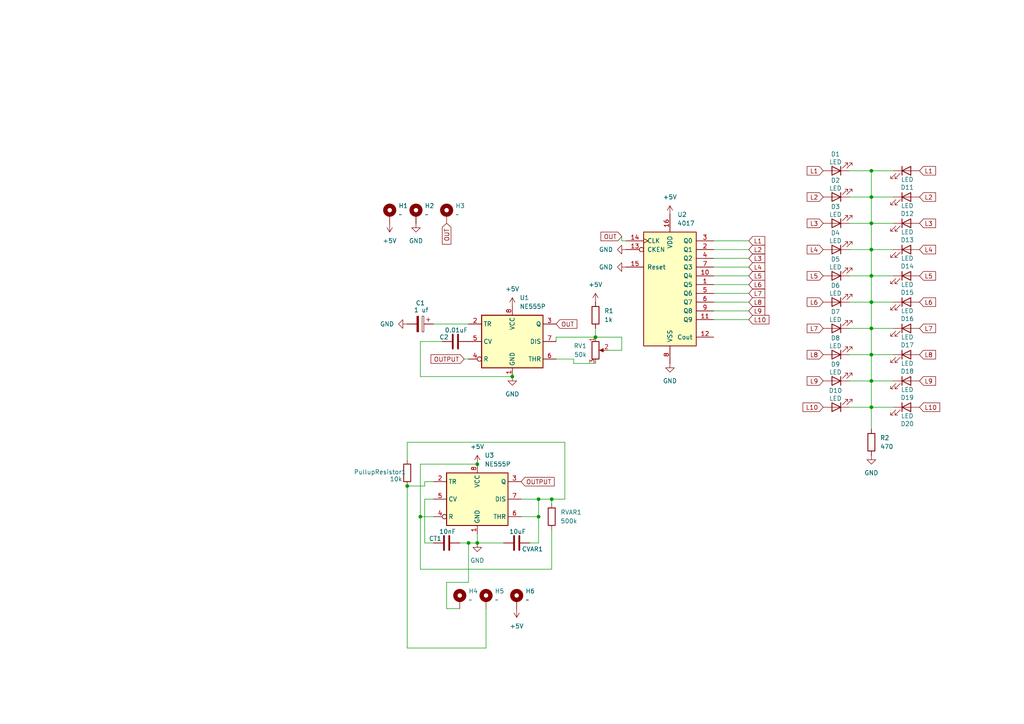
<source format=kicad_sch>
(kicad_sch
	(version 20250114)
	(generator "eeschema")
	(generator_version "9.0")
	(uuid "35f262a4-734c-410d-ae6c-ce0ce9586adf")
	(paper "A4")
	(lib_symbols
		(symbol "4xxx:4017"
			(pin_names
				(offset 1.016)
			)
			(exclude_from_sim no)
			(in_bom yes)
			(on_board yes)
			(property "Reference" "U"
				(at -7.62 16.51 0)
				(effects
					(font
						(size 1.27 1.27)
					)
				)
			)
			(property "Value" "4017"
				(at -7.62 -19.05 0)
				(effects
					(font
						(size 1.27 1.27)
					)
				)
			)
			(property "Footprint" ""
				(at 0 0 0)
				(effects
					(font
						(size 1.27 1.27)
					)
					(hide yes)
				)
			)
			(property "Datasheet" "http://www.intersil.com/content/dam/Intersil/documents/cd40/cd4017bms-22bms.pdf"
				(at 0 0 0)
				(effects
					(font
						(size 1.27 1.27)
					)
					(hide yes)
				)
			)
			(property "Description" "Johnson Counter ( 10 outputs )"
				(at 0 0 0)
				(effects
					(font
						(size 1.27 1.27)
					)
					(hide yes)
				)
			)
			(property "ki_locked" ""
				(at 0 0 0)
				(effects
					(font
						(size 1.27 1.27)
					)
				)
			)
			(property "ki_keywords" "CNT CNT10"
				(at 0 0 0)
				(effects
					(font
						(size 1.27 1.27)
					)
					(hide yes)
				)
			)
			(property "ki_fp_filters" "DIP?16*"
				(at 0 0 0)
				(effects
					(font
						(size 1.27 1.27)
					)
					(hide yes)
				)
			)
			(symbol "4017_1_0"
				(pin input clock
					(at -12.7 12.7 0)
					(length 5.08)
					(name "CLK"
						(effects
							(font
								(size 1.27 1.27)
							)
						)
					)
					(number "14"
						(effects
							(font
								(size 1.27 1.27)
							)
						)
					)
				)
				(pin input inverted
					(at -12.7 10.16 0)
					(length 5.08)
					(name "CKEN"
						(effects
							(font
								(size 1.27 1.27)
							)
						)
					)
					(number "13"
						(effects
							(font
								(size 1.27 1.27)
							)
						)
					)
				)
				(pin input line
					(at -12.7 5.08 0)
					(length 5.08)
					(name "Reset"
						(effects
							(font
								(size 1.27 1.27)
							)
						)
					)
					(number "15"
						(effects
							(font
								(size 1.27 1.27)
							)
						)
					)
				)
				(pin power_in line
					(at 0 20.32 270)
					(length 5.08)
					(name "VDD"
						(effects
							(font
								(size 1.27 1.27)
							)
						)
					)
					(number "16"
						(effects
							(font
								(size 1.27 1.27)
							)
						)
					)
				)
				(pin power_in line
					(at 0 -22.86 90)
					(length 5.08)
					(name "VSS"
						(effects
							(font
								(size 1.27 1.27)
							)
						)
					)
					(number "8"
						(effects
							(font
								(size 1.27 1.27)
							)
						)
					)
				)
				(pin output line
					(at 12.7 12.7 180)
					(length 5.08)
					(name "Q0"
						(effects
							(font
								(size 1.27 1.27)
							)
						)
					)
					(number "3"
						(effects
							(font
								(size 1.27 1.27)
							)
						)
					)
				)
				(pin output line
					(at 12.7 10.16 180)
					(length 5.08)
					(name "Q1"
						(effects
							(font
								(size 1.27 1.27)
							)
						)
					)
					(number "2"
						(effects
							(font
								(size 1.27 1.27)
							)
						)
					)
				)
				(pin output line
					(at 12.7 7.62 180)
					(length 5.08)
					(name "Q2"
						(effects
							(font
								(size 1.27 1.27)
							)
						)
					)
					(number "4"
						(effects
							(font
								(size 1.27 1.27)
							)
						)
					)
				)
				(pin output line
					(at 12.7 5.08 180)
					(length 5.08)
					(name "Q3"
						(effects
							(font
								(size 1.27 1.27)
							)
						)
					)
					(number "7"
						(effects
							(font
								(size 1.27 1.27)
							)
						)
					)
				)
				(pin output line
					(at 12.7 2.54 180)
					(length 5.08)
					(name "Q4"
						(effects
							(font
								(size 1.27 1.27)
							)
						)
					)
					(number "10"
						(effects
							(font
								(size 1.27 1.27)
							)
						)
					)
				)
				(pin output line
					(at 12.7 0 180)
					(length 5.08)
					(name "Q5"
						(effects
							(font
								(size 1.27 1.27)
							)
						)
					)
					(number "1"
						(effects
							(font
								(size 1.27 1.27)
							)
						)
					)
				)
				(pin output line
					(at 12.7 -2.54 180)
					(length 5.08)
					(name "Q6"
						(effects
							(font
								(size 1.27 1.27)
							)
						)
					)
					(number "5"
						(effects
							(font
								(size 1.27 1.27)
							)
						)
					)
				)
				(pin output line
					(at 12.7 -5.08 180)
					(length 5.08)
					(name "Q7"
						(effects
							(font
								(size 1.27 1.27)
							)
						)
					)
					(number "6"
						(effects
							(font
								(size 1.27 1.27)
							)
						)
					)
				)
				(pin output line
					(at 12.7 -7.62 180)
					(length 5.08)
					(name "Q8"
						(effects
							(font
								(size 1.27 1.27)
							)
						)
					)
					(number "9"
						(effects
							(font
								(size 1.27 1.27)
							)
						)
					)
				)
				(pin output line
					(at 12.7 -10.16 180)
					(length 5.08)
					(name "Q9"
						(effects
							(font
								(size 1.27 1.27)
							)
						)
					)
					(number "11"
						(effects
							(font
								(size 1.27 1.27)
							)
						)
					)
				)
				(pin output line
					(at 12.7 -15.24 180)
					(length 5.08)
					(name "Cout"
						(effects
							(font
								(size 1.27 1.27)
							)
						)
					)
					(number "12"
						(effects
							(font
								(size 1.27 1.27)
							)
						)
					)
				)
			)
			(symbol "4017_1_1"
				(rectangle
					(start -7.62 15.24)
					(end 7.62 -17.78)
					(stroke
						(width 0.254)
						(type default)
					)
					(fill
						(type background)
					)
				)
			)
			(embedded_fonts no)
		)
		(symbol "Ch:Placeholder_Resistor"
			(pin_numbers
				(hide yes)
			)
			(pin_names
				(offset 0)
			)
			(exclude_from_sim no)
			(in_bom yes)
			(on_board yes)
			(property "Reference" "R"
				(at 0 2.032 0)
				(effects
					(font
						(size 1.27 1.27)
					)
				)
			)
			(property "Value" "Resistor"
				(at 0 -2.54 0)
				(effects
					(font
						(size 1.27 1.27)
					)
				)
			)
			(property "Footprint" ""
				(at 0 -1.778 0)
				(effects
					(font
						(size 1.27 1.27)
					)
					(hide yes)
				)
			)
			(property "Datasheet" "~"
				(at 0 0 90)
				(effects
					(font
						(size 1.27 1.27)
					)
					(hide yes)
				)
			)
			(property "Description" "Resistor"
				(at 0 0 0)
				(effects
					(font
						(size 1.27 1.27)
					)
					(hide yes)
				)
			)
			(property "ki_keywords" "R res resistor"
				(at 0 0 0)
				(effects
					(font
						(size 1.27 1.27)
					)
					(hide yes)
				)
			)
			(property "ki_fp_filters" "R_*"
				(at 0 0 0)
				(effects
					(font
						(size 1.27 1.27)
					)
					(hide yes)
				)
			)
			(symbol "Placeholder_Resistor_0_1"
				(rectangle
					(start 2.54 -1.016)
					(end -2.54 1.016)
					(stroke
						(width 0.254)
						(type default)
					)
					(fill
						(type none)
					)
				)
			)
			(symbol "Placeholder_Resistor_1_1"
				(pin passive line
					(at -3.81 0 0)
					(length 1.27)
					(name "~"
						(effects
							(font
								(size 1.27 1.27)
							)
						)
					)
					(number "1"
						(effects
							(font
								(size 1.27 1.27)
							)
						)
					)
				)
				(pin passive line
					(at 3.81 0 180)
					(length 1.27)
					(name "~"
						(effects
							(font
								(size 1.27 1.27)
							)
						)
					)
					(number "2"
						(effects
							(font
								(size 1.27 1.27)
							)
						)
					)
				)
			)
			(embedded_fonts no)
		)
		(symbol "Device:C"
			(pin_numbers
				(hide yes)
			)
			(pin_names
				(offset 0.254)
			)
			(exclude_from_sim no)
			(in_bom yes)
			(on_board yes)
			(property "Reference" "C"
				(at 0.635 2.54 0)
				(effects
					(font
						(size 1.27 1.27)
					)
					(justify left)
				)
			)
			(property "Value" "C"
				(at 0.635 -2.54 0)
				(effects
					(font
						(size 1.27 1.27)
					)
					(justify left)
				)
			)
			(property "Footprint" ""
				(at 0.9652 -3.81 0)
				(effects
					(font
						(size 1.27 1.27)
					)
					(hide yes)
				)
			)
			(property "Datasheet" "~"
				(at 0 0 0)
				(effects
					(font
						(size 1.27 1.27)
					)
					(hide yes)
				)
			)
			(property "Description" "Unpolarized capacitor"
				(at 0 0 0)
				(effects
					(font
						(size 1.27 1.27)
					)
					(hide yes)
				)
			)
			(property "ki_keywords" "cap capacitor"
				(at 0 0 0)
				(effects
					(font
						(size 1.27 1.27)
					)
					(hide yes)
				)
			)
			(property "ki_fp_filters" "C_*"
				(at 0 0 0)
				(effects
					(font
						(size 1.27 1.27)
					)
					(hide yes)
				)
			)
			(symbol "C_0_1"
				(polyline
					(pts
						(xy -2.032 0.762) (xy 2.032 0.762)
					)
					(stroke
						(width 0.508)
						(type default)
					)
					(fill
						(type none)
					)
				)
				(polyline
					(pts
						(xy -2.032 -0.762) (xy 2.032 -0.762)
					)
					(stroke
						(width 0.508)
						(type default)
					)
					(fill
						(type none)
					)
				)
			)
			(symbol "C_1_1"
				(pin passive line
					(at 0 3.81 270)
					(length 2.794)
					(name "~"
						(effects
							(font
								(size 1.27 1.27)
							)
						)
					)
					(number "1"
						(effects
							(font
								(size 1.27 1.27)
							)
						)
					)
				)
				(pin passive line
					(at 0 -3.81 90)
					(length 2.794)
					(name "~"
						(effects
							(font
								(size 1.27 1.27)
							)
						)
					)
					(number "2"
						(effects
							(font
								(size 1.27 1.27)
							)
						)
					)
				)
			)
			(embedded_fonts no)
		)
		(symbol "Device:C_Polarized"
			(pin_numbers
				(hide yes)
			)
			(pin_names
				(offset 0.254)
			)
			(exclude_from_sim no)
			(in_bom yes)
			(on_board yes)
			(property "Reference" "C"
				(at 0.635 2.54 0)
				(effects
					(font
						(size 1.27 1.27)
					)
					(justify left)
				)
			)
			(property "Value" "C_Polarized"
				(at 0.635 -2.54 0)
				(effects
					(font
						(size 1.27 1.27)
					)
					(justify left)
				)
			)
			(property "Footprint" ""
				(at 0.9652 -3.81 0)
				(effects
					(font
						(size 1.27 1.27)
					)
					(hide yes)
				)
			)
			(property "Datasheet" "~"
				(at 0 0 0)
				(effects
					(font
						(size 1.27 1.27)
					)
					(hide yes)
				)
			)
			(property "Description" "Polarized capacitor"
				(at 0 0 0)
				(effects
					(font
						(size 1.27 1.27)
					)
					(hide yes)
				)
			)
			(property "ki_keywords" "cap capacitor"
				(at 0 0 0)
				(effects
					(font
						(size 1.27 1.27)
					)
					(hide yes)
				)
			)
			(property "ki_fp_filters" "CP_*"
				(at 0 0 0)
				(effects
					(font
						(size 1.27 1.27)
					)
					(hide yes)
				)
			)
			(symbol "C_Polarized_0_1"
				(rectangle
					(start -2.286 0.508)
					(end 2.286 1.016)
					(stroke
						(width 0)
						(type default)
					)
					(fill
						(type none)
					)
				)
				(polyline
					(pts
						(xy -1.778 2.286) (xy -0.762 2.286)
					)
					(stroke
						(width 0)
						(type default)
					)
					(fill
						(type none)
					)
				)
				(polyline
					(pts
						(xy -1.27 2.794) (xy -1.27 1.778)
					)
					(stroke
						(width 0)
						(type default)
					)
					(fill
						(type none)
					)
				)
				(rectangle
					(start 2.286 -0.508)
					(end -2.286 -1.016)
					(stroke
						(width 0)
						(type default)
					)
					(fill
						(type outline)
					)
				)
			)
			(symbol "C_Polarized_1_1"
				(pin passive line
					(at 0 3.81 270)
					(length 2.794)
					(name "~"
						(effects
							(font
								(size 1.27 1.27)
							)
						)
					)
					(number "1"
						(effects
							(font
								(size 1.27 1.27)
							)
						)
					)
				)
				(pin passive line
					(at 0 -3.81 90)
					(length 2.794)
					(name "~"
						(effects
							(font
								(size 1.27 1.27)
							)
						)
					)
					(number "2"
						(effects
							(font
								(size 1.27 1.27)
							)
						)
					)
				)
			)
			(embedded_fonts no)
		)
		(symbol "Device:LED"
			(pin_numbers
				(hide yes)
			)
			(pin_names
				(offset 1.016)
				(hide yes)
			)
			(exclude_from_sim no)
			(in_bom yes)
			(on_board yes)
			(property "Reference" "D"
				(at 0 2.54 0)
				(effects
					(font
						(size 1.27 1.27)
					)
				)
			)
			(property "Value" "LED"
				(at 0 -2.54 0)
				(effects
					(font
						(size 1.27 1.27)
					)
				)
			)
			(property "Footprint" ""
				(at 0 0 0)
				(effects
					(font
						(size 1.27 1.27)
					)
					(hide yes)
				)
			)
			(property "Datasheet" "~"
				(at 0 0 0)
				(effects
					(font
						(size 1.27 1.27)
					)
					(hide yes)
				)
			)
			(property "Description" "Light emitting diode"
				(at 0 0 0)
				(effects
					(font
						(size 1.27 1.27)
					)
					(hide yes)
				)
			)
			(property "Sim.Pins" "1=K 2=A"
				(at 0 0 0)
				(effects
					(font
						(size 1.27 1.27)
					)
					(hide yes)
				)
			)
			(property "ki_keywords" "LED diode"
				(at 0 0 0)
				(effects
					(font
						(size 1.27 1.27)
					)
					(hide yes)
				)
			)
			(property "ki_fp_filters" "LED* LED_SMD:* LED_THT:*"
				(at 0 0 0)
				(effects
					(font
						(size 1.27 1.27)
					)
					(hide yes)
				)
			)
			(symbol "LED_0_1"
				(polyline
					(pts
						(xy -3.048 -0.762) (xy -4.572 -2.286) (xy -3.81 -2.286) (xy -4.572 -2.286) (xy -4.572 -1.524)
					)
					(stroke
						(width 0)
						(type default)
					)
					(fill
						(type none)
					)
				)
				(polyline
					(pts
						(xy -1.778 -0.762) (xy -3.302 -2.286) (xy -2.54 -2.286) (xy -3.302 -2.286) (xy -3.302 -1.524)
					)
					(stroke
						(width 0)
						(type default)
					)
					(fill
						(type none)
					)
				)
				(polyline
					(pts
						(xy -1.27 0) (xy 1.27 0)
					)
					(stroke
						(width 0)
						(type default)
					)
					(fill
						(type none)
					)
				)
				(polyline
					(pts
						(xy -1.27 -1.27) (xy -1.27 1.27)
					)
					(stroke
						(width 0.254)
						(type default)
					)
					(fill
						(type none)
					)
				)
				(polyline
					(pts
						(xy 1.27 -1.27) (xy 1.27 1.27) (xy -1.27 0) (xy 1.27 -1.27)
					)
					(stroke
						(width 0.254)
						(type default)
					)
					(fill
						(type none)
					)
				)
			)
			(symbol "LED_1_1"
				(pin passive line
					(at -3.81 0 0)
					(length 2.54)
					(name "K"
						(effects
							(font
								(size 1.27 1.27)
							)
						)
					)
					(number "1"
						(effects
							(font
								(size 1.27 1.27)
							)
						)
					)
				)
				(pin passive line
					(at 3.81 0 180)
					(length 2.54)
					(name "A"
						(effects
							(font
								(size 1.27 1.27)
							)
						)
					)
					(number "2"
						(effects
							(font
								(size 1.27 1.27)
							)
						)
					)
				)
			)
			(embedded_fonts no)
		)
		(symbol "Device:R_Potentiometer"
			(pin_names
				(offset 1.016)
				(hide yes)
			)
			(exclude_from_sim no)
			(in_bom yes)
			(on_board yes)
			(property "Reference" "RV"
				(at -4.445 0 90)
				(effects
					(font
						(size 1.27 1.27)
					)
				)
			)
			(property "Value" "R_Potentiometer"
				(at -2.54 0 90)
				(effects
					(font
						(size 1.27 1.27)
					)
				)
			)
			(property "Footprint" ""
				(at 0 0 0)
				(effects
					(font
						(size 1.27 1.27)
					)
					(hide yes)
				)
			)
			(property "Datasheet" "~"
				(at 0 0 0)
				(effects
					(font
						(size 1.27 1.27)
					)
					(hide yes)
				)
			)
			(property "Description" "Potentiometer"
				(at 0 0 0)
				(effects
					(font
						(size 1.27 1.27)
					)
					(hide yes)
				)
			)
			(property "ki_keywords" "resistor variable"
				(at 0 0 0)
				(effects
					(font
						(size 1.27 1.27)
					)
					(hide yes)
				)
			)
			(property "ki_fp_filters" "Potentiometer*"
				(at 0 0 0)
				(effects
					(font
						(size 1.27 1.27)
					)
					(hide yes)
				)
			)
			(symbol "R_Potentiometer_0_1"
				(rectangle
					(start 1.016 2.54)
					(end -1.016 -2.54)
					(stroke
						(width 0.254)
						(type default)
					)
					(fill
						(type none)
					)
				)
				(polyline
					(pts
						(xy 1.143 0) (xy 2.286 0.508) (xy 2.286 -0.508) (xy 1.143 0)
					)
					(stroke
						(width 0)
						(type default)
					)
					(fill
						(type outline)
					)
				)
				(polyline
					(pts
						(xy 2.54 0) (xy 1.524 0)
					)
					(stroke
						(width 0)
						(type default)
					)
					(fill
						(type none)
					)
				)
			)
			(symbol "R_Potentiometer_1_1"
				(pin passive line
					(at 0 3.81 270)
					(length 1.27)
					(name "1"
						(effects
							(font
								(size 1.27 1.27)
							)
						)
					)
					(number "1"
						(effects
							(font
								(size 1.27 1.27)
							)
						)
					)
				)
				(pin passive line
					(at 0 -3.81 90)
					(length 1.27)
					(name "3"
						(effects
							(font
								(size 1.27 1.27)
							)
						)
					)
					(number "3"
						(effects
							(font
								(size 1.27 1.27)
							)
						)
					)
				)
				(pin passive line
					(at 3.81 0 180)
					(length 1.27)
					(name "2"
						(effects
							(font
								(size 1.27 1.27)
							)
						)
					)
					(number "2"
						(effects
							(font
								(size 1.27 1.27)
							)
						)
					)
				)
			)
			(embedded_fonts no)
		)
		(symbol "Mechanical:MountingHole_Pad"
			(pin_numbers
				(hide yes)
			)
			(pin_names
				(offset 1.016)
				(hide yes)
			)
			(exclude_from_sim no)
			(in_bom no)
			(on_board yes)
			(property "Reference" "H"
				(at 0 6.35 0)
				(effects
					(font
						(size 1.27 1.27)
					)
				)
			)
			(property "Value" "MountingHole_Pad"
				(at 0 4.445 0)
				(effects
					(font
						(size 1.27 1.27)
					)
				)
			)
			(property "Footprint" ""
				(at 0 0 0)
				(effects
					(font
						(size 1.27 1.27)
					)
					(hide yes)
				)
			)
			(property "Datasheet" "~"
				(at 0 0 0)
				(effects
					(font
						(size 1.27 1.27)
					)
					(hide yes)
				)
			)
			(property "Description" "Mounting Hole with connection"
				(at 0 0 0)
				(effects
					(font
						(size 1.27 1.27)
					)
					(hide yes)
				)
			)
			(property "ki_keywords" "mounting hole"
				(at 0 0 0)
				(effects
					(font
						(size 1.27 1.27)
					)
					(hide yes)
				)
			)
			(property "ki_fp_filters" "MountingHole*Pad*"
				(at 0 0 0)
				(effects
					(font
						(size 1.27 1.27)
					)
					(hide yes)
				)
			)
			(symbol "MountingHole_Pad_0_1"
				(circle
					(center 0 1.27)
					(radius 1.27)
					(stroke
						(width 1.27)
						(type default)
					)
					(fill
						(type none)
					)
				)
			)
			(symbol "MountingHole_Pad_1_1"
				(pin input line
					(at 0 -2.54 90)
					(length 2.54)
					(name "1"
						(effects
							(font
								(size 1.27 1.27)
							)
						)
					)
					(number "1"
						(effects
							(font
								(size 1.27 1.27)
							)
						)
					)
				)
			)
			(embedded_fonts no)
		)
		(symbol "Timer:NE555P"
			(exclude_from_sim no)
			(in_bom yes)
			(on_board yes)
			(property "Reference" "U"
				(at -10.16 8.89 0)
				(effects
					(font
						(size 1.27 1.27)
					)
					(justify left)
				)
			)
			(property "Value" "NE555P"
				(at 2.54 8.89 0)
				(effects
					(font
						(size 1.27 1.27)
					)
					(justify left)
				)
			)
			(property "Footprint" "Package_DIP:DIP-8_W7.62mm"
				(at 16.51 -10.16 0)
				(effects
					(font
						(size 1.27 1.27)
					)
					(hide yes)
				)
			)
			(property "Datasheet" "http://www.ti.com/lit/ds/symlink/ne555.pdf"
				(at 21.59 -10.16 0)
				(effects
					(font
						(size 1.27 1.27)
					)
					(hide yes)
				)
			)
			(property "Description" "Precision Timers, 555 compatible,  PDIP-8"
				(at 0 0 0)
				(effects
					(font
						(size 1.27 1.27)
					)
					(hide yes)
				)
			)
			(property "ki_keywords" "single timer 555"
				(at 0 0 0)
				(effects
					(font
						(size 1.27 1.27)
					)
					(hide yes)
				)
			)
			(property "ki_fp_filters" "DIP*W7.62mm*"
				(at 0 0 0)
				(effects
					(font
						(size 1.27 1.27)
					)
					(hide yes)
				)
			)
			(symbol "NE555P_0_0"
				(pin power_in line
					(at 0 10.16 270)
					(length 2.54)
					(name "VCC"
						(effects
							(font
								(size 1.27 1.27)
							)
						)
					)
					(number "8"
						(effects
							(font
								(size 1.27 1.27)
							)
						)
					)
				)
				(pin power_in line
					(at 0 -10.16 90)
					(length 2.54)
					(name "GND"
						(effects
							(font
								(size 1.27 1.27)
							)
						)
					)
					(number "1"
						(effects
							(font
								(size 1.27 1.27)
							)
						)
					)
				)
			)
			(symbol "NE555P_0_1"
				(rectangle
					(start -8.89 -7.62)
					(end 8.89 7.62)
					(stroke
						(width 0.254)
						(type default)
					)
					(fill
						(type background)
					)
				)
				(rectangle
					(start -8.89 -7.62)
					(end 8.89 7.62)
					(stroke
						(width 0.254)
						(type default)
					)
					(fill
						(type background)
					)
				)
			)
			(symbol "NE555P_1_1"
				(pin input line
					(at -12.7 5.08 0)
					(length 3.81)
					(name "TR"
						(effects
							(font
								(size 1.27 1.27)
							)
						)
					)
					(number "2"
						(effects
							(font
								(size 1.27 1.27)
							)
						)
					)
				)
				(pin input line
					(at -12.7 0 0)
					(length 3.81)
					(name "CV"
						(effects
							(font
								(size 1.27 1.27)
							)
						)
					)
					(number "5"
						(effects
							(font
								(size 1.27 1.27)
							)
						)
					)
				)
				(pin input inverted
					(at -12.7 -5.08 0)
					(length 3.81)
					(name "R"
						(effects
							(font
								(size 1.27 1.27)
							)
						)
					)
					(number "4"
						(effects
							(font
								(size 1.27 1.27)
							)
						)
					)
				)
				(pin output line
					(at 12.7 5.08 180)
					(length 3.81)
					(name "Q"
						(effects
							(font
								(size 1.27 1.27)
							)
						)
					)
					(number "3"
						(effects
							(font
								(size 1.27 1.27)
							)
						)
					)
				)
				(pin input line
					(at 12.7 0 180)
					(length 3.81)
					(name "DIS"
						(effects
							(font
								(size 1.27 1.27)
							)
						)
					)
					(number "7"
						(effects
							(font
								(size 1.27 1.27)
							)
						)
					)
				)
				(pin input line
					(at 12.7 -5.08 180)
					(length 3.81)
					(name "THR"
						(effects
							(font
								(size 1.27 1.27)
							)
						)
					)
					(number "6"
						(effects
							(font
								(size 1.27 1.27)
							)
						)
					)
				)
			)
			(embedded_fonts no)
		)
		(symbol "power:+5V"
			(power)
			(pin_numbers
				(hide yes)
			)
			(pin_names
				(offset 0)
				(hide yes)
			)
			(exclude_from_sim no)
			(in_bom yes)
			(on_board yes)
			(property "Reference" "#PWR"
				(at 0 -3.81 0)
				(effects
					(font
						(size 1.27 1.27)
					)
					(hide yes)
				)
			)
			(property "Value" "+5V"
				(at 0 3.556 0)
				(effects
					(font
						(size 1.27 1.27)
					)
				)
			)
			(property "Footprint" ""
				(at 0 0 0)
				(effects
					(font
						(size 1.27 1.27)
					)
					(hide yes)
				)
			)
			(property "Datasheet" ""
				(at 0 0 0)
				(effects
					(font
						(size 1.27 1.27)
					)
					(hide yes)
				)
			)
			(property "Description" "Power symbol creates a global label with name \"+5V\""
				(at 0 0 0)
				(effects
					(font
						(size 1.27 1.27)
					)
					(hide yes)
				)
			)
			(property "ki_keywords" "global power"
				(at 0 0 0)
				(effects
					(font
						(size 1.27 1.27)
					)
					(hide yes)
				)
			)
			(symbol "+5V_0_1"
				(polyline
					(pts
						(xy -0.762 1.27) (xy 0 2.54)
					)
					(stroke
						(width 0)
						(type default)
					)
					(fill
						(type none)
					)
				)
				(polyline
					(pts
						(xy 0 2.54) (xy 0.762 1.27)
					)
					(stroke
						(width 0)
						(type default)
					)
					(fill
						(type none)
					)
				)
				(polyline
					(pts
						(xy 0 0) (xy 0 2.54)
					)
					(stroke
						(width 0)
						(type default)
					)
					(fill
						(type none)
					)
				)
			)
			(symbol "+5V_1_1"
				(pin power_in line
					(at 0 0 90)
					(length 0)
					(name "~"
						(effects
							(font
								(size 1.27 1.27)
							)
						)
					)
					(number "1"
						(effects
							(font
								(size 1.27 1.27)
							)
						)
					)
				)
			)
			(embedded_fonts no)
		)
		(symbol "power:GND"
			(power)
			(pin_numbers
				(hide yes)
			)
			(pin_names
				(offset 0)
				(hide yes)
			)
			(exclude_from_sim no)
			(in_bom yes)
			(on_board yes)
			(property "Reference" "#PWR"
				(at 0 -6.35 0)
				(effects
					(font
						(size 1.27 1.27)
					)
					(hide yes)
				)
			)
			(property "Value" "GND"
				(at 0 -3.81 0)
				(effects
					(font
						(size 1.27 1.27)
					)
				)
			)
			(property "Footprint" ""
				(at 0 0 0)
				(effects
					(font
						(size 1.27 1.27)
					)
					(hide yes)
				)
			)
			(property "Datasheet" ""
				(at 0 0 0)
				(effects
					(font
						(size 1.27 1.27)
					)
					(hide yes)
				)
			)
			(property "Description" "Power symbol creates a global label with name \"GND\" , ground"
				(at 0 0 0)
				(effects
					(font
						(size 1.27 1.27)
					)
					(hide yes)
				)
			)
			(property "ki_keywords" "global power"
				(at 0 0 0)
				(effects
					(font
						(size 1.27 1.27)
					)
					(hide yes)
				)
			)
			(symbol "GND_0_1"
				(polyline
					(pts
						(xy 0 0) (xy 0 -1.27) (xy 1.27 -1.27) (xy 0 -2.54) (xy -1.27 -1.27) (xy 0 -1.27)
					)
					(stroke
						(width 0)
						(type default)
					)
					(fill
						(type none)
					)
				)
			)
			(symbol "GND_1_1"
				(pin power_in line
					(at 0 0 270)
					(length 0)
					(name "~"
						(effects
							(font
								(size 1.27 1.27)
							)
						)
					)
					(number "1"
						(effects
							(font
								(size 1.27 1.27)
							)
						)
					)
				)
			)
			(embedded_fonts no)
		)
	)
	(junction
		(at 252.73 49.53)
		(diameter 0)
		(color 0 0 0 0)
		(uuid "1568257d-e352-435e-8a1c-1688631fe075")
	)
	(junction
		(at 252.73 87.63)
		(diameter 0)
		(color 0 0 0 0)
		(uuid "167eab71-0868-4583-a2a8-c0551a2ec98c")
	)
	(junction
		(at 252.73 64.77)
		(diameter 0)
		(color 0 0 0 0)
		(uuid "1c6f8764-d041-497c-8108-302b2a6520c8")
	)
	(junction
		(at 252.73 57.15)
		(diameter 0)
		(color 0 0 0 0)
		(uuid "322b00b8-714b-484a-bbe0-325dcbd9b58b")
	)
	(junction
		(at 156.21 144.78)
		(diameter 0)
		(color 0 0 0 0)
		(uuid "3b803c8c-04c1-4fe8-98bf-610a501314ef")
	)
	(junction
		(at 252.73 118.11)
		(diameter 0)
		(color 0 0 0 0)
		(uuid "3ef2b6aa-018f-41b3-a945-69c6994d3988")
	)
	(junction
		(at 156.21 149.86)
		(diameter 0)
		(color 0 0 0 0)
		(uuid "41e34551-3def-4a28-b6a2-62e2d950a9e8")
	)
	(junction
		(at 148.59 109.22)
		(diameter 0)
		(color 0 0 0 0)
		(uuid "64a55419-5dce-489f-999c-6584bc86ab36")
	)
	(junction
		(at 252.73 102.87)
		(diameter 0)
		(color 0 0 0 0)
		(uuid "69d6ffd5-a9bf-4919-9d9d-d7895019aa92")
	)
	(junction
		(at 252.73 80.01)
		(diameter 0)
		(color 0 0 0 0)
		(uuid "7956a897-181e-4089-a48b-dab66f2f4ffd")
	)
	(junction
		(at 252.73 110.49)
		(diameter 0)
		(color 0 0 0 0)
		(uuid "81b1b286-f272-41c3-8560-904155acea0d")
	)
	(junction
		(at 121.92 149.86)
		(diameter 0)
		(color 0 0 0 0)
		(uuid "8c4176eb-d560-4249-8c42-765c8c725075")
	)
	(junction
		(at 252.73 95.25)
		(diameter 0)
		(color 0 0 0 0)
		(uuid "929bd3a5-dcc5-481d-9527-fc4f641100c4")
	)
	(junction
		(at 135.89 157.48)
		(diameter 0)
		(color 0 0 0 0)
		(uuid "93d2f907-60ea-4671-af30-fe51b23db0bf")
	)
	(junction
		(at 160.02 144.78)
		(diameter 0)
		(color 0 0 0 0)
		(uuid "9cdc1728-461a-4ed5-bd2c-9a5c4c228290")
	)
	(junction
		(at 172.72 97.79)
		(diameter 0)
		(color 0 0 0 0)
		(uuid "a69e91ee-c6a0-4d77-8bb9-8d7d6bbd3754")
	)
	(junction
		(at 138.43 134.62)
		(diameter 0)
		(color 0 0 0 0)
		(uuid "aabb8854-1267-4f9d-ae0e-7b153a5e27ba")
	)
	(junction
		(at 252.73 72.39)
		(diameter 0)
		(color 0 0 0 0)
		(uuid "b1481726-5fe2-492c-bbe3-67605d62085f")
	)
	(junction
		(at 138.43 157.48)
		(diameter 0)
		(color 0 0 0 0)
		(uuid "bd3b0c2b-9c29-4ad6-80ab-e1afa73ca775")
	)
	(junction
		(at 118.11 140.97)
		(diameter 0)
		(color 0 0 0 0)
		(uuid "d68c1e55-60ee-481d-a21b-40a52c239fca")
	)
	(wire
		(pts
			(xy 129.54 168.91) (xy 135.89 168.91)
		)
		(stroke
			(width 0)
			(type default)
		)
		(uuid "02c845ea-3f21-47c0-81d6-ca0dba559d7e")
	)
	(wire
		(pts
			(xy 156.21 149.86) (xy 156.21 157.48)
		)
		(stroke
			(width 0)
			(type default)
		)
		(uuid "07ae90d3-5491-4fe8-a9e7-15ab61a7173c")
	)
	(wire
		(pts
			(xy 180.34 69.85) (xy 181.61 69.85)
		)
		(stroke
			(width 0)
			(type default)
		)
		(uuid "07f26bd7-4d7e-41b9-ade9-aaa328f1a106")
	)
	(wire
		(pts
			(xy 160.02 144.78) (xy 160.02 146.05)
		)
		(stroke
			(width 0)
			(type default)
		)
		(uuid "08852f77-df52-477a-912e-a63ba6db8fb2")
	)
	(wire
		(pts
			(xy 121.92 99.06) (xy 121.92 109.22)
		)
		(stroke
			(width 0)
			(type default)
		)
		(uuid "170e68d2-4f9a-4600-b65a-1908258b7048")
	)
	(wire
		(pts
			(xy 140.97 187.96) (xy 118.11 187.96)
		)
		(stroke
			(width 0)
			(type default)
		)
		(uuid "17d0c924-3fd5-4cd0-84a3-3759f610a699")
	)
	(wire
		(pts
			(xy 151.13 149.86) (xy 156.21 149.86)
		)
		(stroke
			(width 0)
			(type default)
		)
		(uuid "184051f8-c5e3-4727-bdfc-b65046edab3e")
	)
	(wire
		(pts
			(xy 180.34 68.58) (xy 180.34 69.85)
		)
		(stroke
			(width 0)
			(type default)
		)
		(uuid "19c32bed-6f45-4091-aa40-a72b61c14845")
	)
	(wire
		(pts
			(xy 252.73 95.25) (xy 259.08 95.25)
		)
		(stroke
			(width 0)
			(type default)
		)
		(uuid "1d77e543-f65c-4b73-a538-9d894f10442d")
	)
	(wire
		(pts
			(xy 180.34 97.79) (xy 172.72 97.79)
		)
		(stroke
			(width 0)
			(type default)
		)
		(uuid "263d854d-acdb-4967-9d4d-1262a3bfd88b")
	)
	(wire
		(pts
			(xy 246.38 87.63) (xy 252.73 87.63)
		)
		(stroke
			(width 0)
			(type default)
		)
		(uuid "2e7762f4-9de4-463d-95f2-56a77ec0c2b6")
	)
	(wire
		(pts
			(xy 166.37 104.14) (xy 166.37 105.41)
		)
		(stroke
			(width 0)
			(type default)
		)
		(uuid "32c9b287-ebe5-4312-ae3f-172ed991467e")
	)
	(wire
		(pts
			(xy 252.73 64.77) (xy 259.08 64.77)
		)
		(stroke
			(width 0)
			(type default)
		)
		(uuid "34e3ac93-7807-43b3-b7f0-05cc502604c5")
	)
	(wire
		(pts
			(xy 207.01 92.71) (xy 217.17 92.71)
		)
		(stroke
			(width 0)
			(type default)
		)
		(uuid "3a747dca-81c9-49c0-bc1a-43907bb70b7d")
	)
	(wire
		(pts
			(xy 134.62 104.14) (xy 135.89 104.14)
		)
		(stroke
			(width 0)
			(type default)
		)
		(uuid "3c3a561a-750a-417f-983a-77590a4a3653")
	)
	(wire
		(pts
			(xy 246.38 57.15) (xy 252.73 57.15)
		)
		(stroke
			(width 0)
			(type default)
		)
		(uuid "4086c326-b3c6-43e7-8cd4-5b7b2d36d8f6")
	)
	(wire
		(pts
			(xy 252.73 64.77) (xy 252.73 72.39)
		)
		(stroke
			(width 0)
			(type default)
		)
		(uuid "415b815b-8e77-4296-8ef7-821beb13f5d4")
	)
	(wire
		(pts
			(xy 207.01 74.93) (xy 217.17 74.93)
		)
		(stroke
			(width 0)
			(type default)
		)
		(uuid "41db19e2-ade5-4a88-ac4e-cd4d2b40795c")
	)
	(wire
		(pts
			(xy 246.38 110.49) (xy 252.73 110.49)
		)
		(stroke
			(width 0)
			(type default)
		)
		(uuid "42218389-eb8f-417a-a802-518d50967d9b")
	)
	(wire
		(pts
			(xy 160.02 165.1) (xy 160.02 153.67)
		)
		(stroke
			(width 0)
			(type default)
		)
		(uuid "46a0d471-0782-4e8d-af78-a17f72d88959")
	)
	(wire
		(pts
			(xy 161.29 97.79) (xy 161.29 99.06)
		)
		(stroke
			(width 0)
			(type default)
		)
		(uuid "47780017-97a4-401f-8870-84b1a1fee4f8")
	)
	(wire
		(pts
			(xy 207.01 69.85) (xy 217.17 69.85)
		)
		(stroke
			(width 0)
			(type default)
		)
		(uuid "47ef9b3c-7712-4a7f-a249-f29202fe256c")
	)
	(wire
		(pts
			(xy 172.72 97.79) (xy 161.29 97.79)
		)
		(stroke
			(width 0)
			(type default)
		)
		(uuid "48885f87-6585-41d3-9240-6999caac5a0a")
	)
	(wire
		(pts
			(xy 180.34 101.6) (xy 180.34 97.79)
		)
		(stroke
			(width 0)
			(type default)
		)
		(uuid "4ed5e6cd-3627-4ee1-84fe-d0c1d32fc718")
	)
	(wire
		(pts
			(xy 252.73 72.39) (xy 252.73 80.01)
		)
		(stroke
			(width 0)
			(type default)
		)
		(uuid "5030d720-fc18-440e-8faa-29bf84361d9a")
	)
	(wire
		(pts
			(xy 252.73 80.01) (xy 259.08 80.01)
		)
		(stroke
			(width 0)
			(type default)
		)
		(uuid "50cde772-221c-4d9e-b3aa-fad1730c882c")
	)
	(wire
		(pts
			(xy 161.29 104.14) (xy 166.37 104.14)
		)
		(stroke
			(width 0)
			(type default)
		)
		(uuid "54ec4549-fd9d-430c-8d5d-bb5506ef2617")
	)
	(wire
		(pts
			(xy 138.43 134.62) (xy 121.92 134.62)
		)
		(stroke
			(width 0)
			(type default)
		)
		(uuid "55375cd2-3199-4cf4-9dce-a6206f9d46d1")
	)
	(wire
		(pts
			(xy 123.19 140.97) (xy 118.11 140.97)
		)
		(stroke
			(width 0)
			(type default)
		)
		(uuid "566aba3b-a329-4eb5-8bf5-c5a19a8b934e")
	)
	(wire
		(pts
			(xy 207.01 80.01) (xy 217.17 80.01)
		)
		(stroke
			(width 0)
			(type default)
		)
		(uuid "57602f5e-a1f7-46f8-bcd9-2d48f73f50a8")
	)
	(wire
		(pts
			(xy 246.38 72.39) (xy 252.73 72.39)
		)
		(stroke
			(width 0)
			(type default)
		)
		(uuid "58ed17b2-b4c3-49e8-aeab-1d6006baa4d5")
	)
	(wire
		(pts
			(xy 259.08 110.49) (xy 252.73 110.49)
		)
		(stroke
			(width 0)
			(type default)
		)
		(uuid "594601b8-7ad4-4915-8565-fe2bbdc97c36")
	)
	(wire
		(pts
			(xy 121.92 149.86) (xy 121.92 165.1)
		)
		(stroke
			(width 0)
			(type default)
		)
		(uuid "5a46dafd-ae2f-4aae-bf1e-5ea49ddf58a3")
	)
	(wire
		(pts
			(xy 156.21 157.48) (xy 153.67 157.48)
		)
		(stroke
			(width 0)
			(type default)
		)
		(uuid "62c7ed04-bc18-4142-bd7d-0974a119f300")
	)
	(wire
		(pts
			(xy 121.92 149.86) (xy 125.73 149.86)
		)
		(stroke
			(width 0)
			(type default)
		)
		(uuid "656b7de2-d646-4ce1-bc97-884052162094")
	)
	(wire
		(pts
			(xy 252.73 87.63) (xy 259.08 87.63)
		)
		(stroke
			(width 0)
			(type default)
		)
		(uuid "6695b31e-92bf-4323-ab84-21371b37b14e")
	)
	(wire
		(pts
			(xy 252.73 118.11) (xy 252.73 124.46)
		)
		(stroke
			(width 0)
			(type default)
		)
		(uuid "68f93a23-bd86-4945-a79d-f6cce2aa097b")
	)
	(wire
		(pts
			(xy 166.37 105.41) (xy 172.72 105.41)
		)
		(stroke
			(width 0)
			(type default)
		)
		(uuid "69d5fb34-8e3d-49c2-b97e-783313c2a79b")
	)
	(wire
		(pts
			(xy 121.92 134.62) (xy 121.92 149.86)
		)
		(stroke
			(width 0)
			(type default)
		)
		(uuid "6c4c28cc-1cfc-41b1-a8d3-560bff3e2bfe")
	)
	(wire
		(pts
			(xy 252.73 49.53) (xy 252.73 57.15)
		)
		(stroke
			(width 0)
			(type default)
		)
		(uuid "74147abd-217e-47f2-9db3-2a24b093df18")
	)
	(wire
		(pts
			(xy 121.92 165.1) (xy 160.02 165.1)
		)
		(stroke
			(width 0)
			(type default)
		)
		(uuid "74a01786-e5cd-493d-922d-a144a79c2131")
	)
	(wire
		(pts
			(xy 163.83 128.27) (xy 118.11 128.27)
		)
		(stroke
			(width 0)
			(type default)
		)
		(uuid "7575453b-0016-4f7e-84f4-62553cc3c42f")
	)
	(wire
		(pts
			(xy 252.73 80.01) (xy 252.73 87.63)
		)
		(stroke
			(width 0)
			(type default)
		)
		(uuid "78474779-1c4c-4985-a467-d621097cacec")
	)
	(wire
		(pts
			(xy 252.73 72.39) (xy 259.08 72.39)
		)
		(stroke
			(width 0)
			(type default)
		)
		(uuid "7933a892-64f3-4d53-b776-f028968cf4b9")
	)
	(wire
		(pts
			(xy 207.01 85.09) (xy 217.17 85.09)
		)
		(stroke
			(width 0)
			(type default)
		)
		(uuid "7b5971f8-b04f-4dfd-b39f-3c66fd11a382")
	)
	(wire
		(pts
			(xy 123.19 144.78) (xy 123.19 157.48)
		)
		(stroke
			(width 0)
			(type default)
		)
		(uuid "83ad04b2-a60e-475c-9ca0-c5f66c7d4257")
	)
	(wire
		(pts
			(xy 156.21 144.78) (xy 151.13 144.78)
		)
		(stroke
			(width 0)
			(type default)
		)
		(uuid "83eec9ef-bcdd-438e-abb3-9ff46ec31600")
	)
	(wire
		(pts
			(xy 123.19 139.7) (xy 123.19 140.97)
		)
		(stroke
			(width 0)
			(type default)
		)
		(uuid "8c508b03-2234-4891-972b-299b4ebfd6b3")
	)
	(wire
		(pts
			(xy 252.73 110.49) (xy 252.73 118.11)
		)
		(stroke
			(width 0)
			(type default)
		)
		(uuid "8e88bbfe-e313-41f7-96cf-68bd09621037")
	)
	(wire
		(pts
			(xy 252.73 57.15) (xy 252.73 64.77)
		)
		(stroke
			(width 0)
			(type default)
		)
		(uuid "8ec50382-9ca3-4bb8-810a-b70a3473f1e8")
	)
	(wire
		(pts
			(xy 129.54 176.53) (xy 129.54 168.91)
		)
		(stroke
			(width 0)
			(type default)
		)
		(uuid "8f1765db-d72c-47f8-941e-fccae0d07741")
	)
	(wire
		(pts
			(xy 133.35 157.48) (xy 135.89 157.48)
		)
		(stroke
			(width 0)
			(type default)
		)
		(uuid "91147b0f-5989-44e5-8c75-a62608664024")
	)
	(wire
		(pts
			(xy 252.73 49.53) (xy 259.08 49.53)
		)
		(stroke
			(width 0)
			(type default)
		)
		(uuid "97fa5ac7-9964-4db1-9419-87a2413fe10f")
	)
	(wire
		(pts
			(xy 176.53 101.6) (xy 180.34 101.6)
		)
		(stroke
			(width 0)
			(type default)
		)
		(uuid "9cee5565-7cfb-4de3-b4e2-7a0e2b067a44")
	)
	(wire
		(pts
			(xy 252.73 57.15) (xy 259.08 57.15)
		)
		(stroke
			(width 0)
			(type default)
		)
		(uuid "9e12afb3-1be8-421d-a28d-a8349fa88a6f")
	)
	(wire
		(pts
			(xy 252.73 87.63) (xy 252.73 95.25)
		)
		(stroke
			(width 0)
			(type default)
		)
		(uuid "9e60f9b2-a394-4f23-8902-d20d51a31fcb")
	)
	(wire
		(pts
			(xy 135.89 157.48) (xy 135.89 168.91)
		)
		(stroke
			(width 0)
			(type default)
		)
		(uuid "9f724947-0832-40bd-9a4e-6b58231b9fd9")
	)
	(wire
		(pts
			(xy 207.01 77.47) (xy 217.17 77.47)
		)
		(stroke
			(width 0)
			(type default)
		)
		(uuid "a07fdf2e-bcff-4a32-8b1c-3fc726c61b45")
	)
	(wire
		(pts
			(xy 207.01 90.17) (xy 217.17 90.17)
		)
		(stroke
			(width 0)
			(type default)
		)
		(uuid "a274a342-7ce1-4d7b-9921-09094809b4b0")
	)
	(wire
		(pts
			(xy 125.73 93.98) (xy 135.89 93.98)
		)
		(stroke
			(width 0)
			(type default)
		)
		(uuid "a3c922e8-eaed-4a0c-82e6-a5983bf79943")
	)
	(wire
		(pts
			(xy 125.73 144.78) (xy 123.19 144.78)
		)
		(stroke
			(width 0)
			(type default)
		)
		(uuid "a50297fa-ae26-409c-bb00-a0dd9a07a7e2")
	)
	(wire
		(pts
			(xy 246.38 80.01) (xy 252.73 80.01)
		)
		(stroke
			(width 0)
			(type default)
		)
		(uuid "a5ac7b05-5e90-4a9e-af54-800552322ec1")
	)
	(wire
		(pts
			(xy 121.92 109.22) (xy 148.59 109.22)
		)
		(stroke
			(width 0)
			(type default)
		)
		(uuid "a8a4d442-882c-4f6a-b508-a2a39fe2df6a")
	)
	(wire
		(pts
			(xy 252.73 118.11) (xy 259.08 118.11)
		)
		(stroke
			(width 0)
			(type default)
		)
		(uuid "aa6ad34d-b460-4b1a-af9a-bd8707acd242")
	)
	(wire
		(pts
			(xy 118.11 140.97) (xy 118.11 187.96)
		)
		(stroke
			(width 0)
			(type default)
		)
		(uuid "ab4ddd7a-f720-4689-bd4c-6da56974cb39")
	)
	(wire
		(pts
			(xy 246.38 102.87) (xy 252.73 102.87)
		)
		(stroke
			(width 0)
			(type default)
		)
		(uuid "ad50f4de-1554-4ff6-87c8-5b4cf7ed02e4")
	)
	(wire
		(pts
			(xy 246.38 64.77) (xy 252.73 64.77)
		)
		(stroke
			(width 0)
			(type default)
		)
		(uuid "b29e81c0-ca9d-43ea-88eb-dcb4229bd1b5")
	)
	(wire
		(pts
			(xy 246.38 118.11) (xy 252.73 118.11)
		)
		(stroke
			(width 0)
			(type default)
		)
		(uuid "b7bc7f94-2f9f-4d4f-80db-88a395630c66")
	)
	(wire
		(pts
			(xy 123.19 157.48) (xy 125.73 157.48)
		)
		(stroke
			(width 0)
			(type default)
		)
		(uuid "b7f0501c-3bfa-49ae-bbeb-28db2790d133")
	)
	(wire
		(pts
			(xy 163.83 144.78) (xy 163.83 128.27)
		)
		(stroke
			(width 0)
			(type default)
		)
		(uuid "bcea896b-86a6-4f92-ac17-9b6c4399c548")
	)
	(wire
		(pts
			(xy 135.89 157.48) (xy 138.43 157.48)
		)
		(stroke
			(width 0)
			(type default)
		)
		(uuid "be4f6aba-e39f-4983-a632-5170c9ee4f04")
	)
	(wire
		(pts
			(xy 252.73 102.87) (xy 252.73 110.49)
		)
		(stroke
			(width 0)
			(type default)
		)
		(uuid "be680811-6f01-42e5-a884-dc24dd90d4b1")
	)
	(wire
		(pts
			(xy 121.92 99.06) (xy 128.27 99.06)
		)
		(stroke
			(width 0)
			(type default)
		)
		(uuid "c4610144-9ea7-4d03-adbc-e3d6c3de06f2")
	)
	(wire
		(pts
			(xy 252.73 102.87) (xy 259.08 102.87)
		)
		(stroke
			(width 0)
			(type default)
		)
		(uuid "cc8f564f-4416-4496-ba13-a4d392a544a9")
	)
	(wire
		(pts
			(xy 172.72 95.25) (xy 172.72 97.79)
		)
		(stroke
			(width 0)
			(type default)
		)
		(uuid "ce03408a-75d1-4765-9d56-8fac70e8ef76")
	)
	(wire
		(pts
			(xy 138.43 157.48) (xy 138.43 154.94)
		)
		(stroke
			(width 0)
			(type default)
		)
		(uuid "d06efb2b-ef88-45ae-bed0-2586c797c534")
	)
	(wire
		(pts
			(xy 125.73 139.7) (xy 123.19 139.7)
		)
		(stroke
			(width 0)
			(type default)
		)
		(uuid "d2387929-e7c8-4686-b972-f3d44ce1a8ee")
	)
	(wire
		(pts
			(xy 207.01 72.39) (xy 217.17 72.39)
		)
		(stroke
			(width 0)
			(type default)
		)
		(uuid "d4096fe7-8b5e-4f3d-8217-54f7444da6c6")
	)
	(wire
		(pts
			(xy 140.97 176.53) (xy 140.97 187.96)
		)
		(stroke
			(width 0)
			(type default)
		)
		(uuid "d84371fb-a7aa-49c8-ac12-49e068e9b71a")
	)
	(wire
		(pts
			(xy 207.01 87.63) (xy 217.17 87.63)
		)
		(stroke
			(width 0)
			(type default)
		)
		(uuid "d85363ad-cb35-4801-8612-8e18d30f7579")
	)
	(wire
		(pts
			(xy 207.01 82.55) (xy 217.17 82.55)
		)
		(stroke
			(width 0)
			(type default)
		)
		(uuid "e0ac912e-0e74-4150-8053-733d4a72e928")
	)
	(wire
		(pts
			(xy 246.38 49.53) (xy 252.73 49.53)
		)
		(stroke
			(width 0)
			(type default)
		)
		(uuid "e5638ea6-97e8-4f08-9e6e-a1cd267f1f2e")
	)
	(wire
		(pts
			(xy 246.38 95.25) (xy 252.73 95.25)
		)
		(stroke
			(width 0)
			(type default)
		)
		(uuid "ec3ae485-eb63-45c1-a39f-f89e21173623")
	)
	(wire
		(pts
			(xy 160.02 144.78) (xy 163.83 144.78)
		)
		(stroke
			(width 0)
			(type default)
		)
		(uuid "ef7e98a4-3fe0-4f2d-ae89-ead859877207")
	)
	(wire
		(pts
			(xy 252.73 95.25) (xy 252.73 102.87)
		)
		(stroke
			(width 0)
			(type default)
		)
		(uuid "f0569637-361e-4b5a-be62-2da99881b4fc")
	)
	(wire
		(pts
			(xy 156.21 149.86) (xy 156.21 144.78)
		)
		(stroke
			(width 0)
			(type default)
		)
		(uuid "f122778a-15d7-4619-ab14-5a6740216bae")
	)
	(wire
		(pts
			(xy 156.21 144.78) (xy 160.02 144.78)
		)
		(stroke
			(width 0)
			(type default)
		)
		(uuid "f2c25397-7e51-4060-a8bd-1a3f4739e0d4")
	)
	(wire
		(pts
			(xy 138.43 157.48) (xy 146.05 157.48)
		)
		(stroke
			(width 0)
			(type default)
		)
		(uuid "f36d27d8-7581-4cb3-9c3f-b5c878f94a59")
	)
	(wire
		(pts
			(xy 133.35 176.53) (xy 129.54 176.53)
		)
		(stroke
			(width 0)
			(type default)
		)
		(uuid "f733a009-e996-4000-8720-9d90b8cdc948")
	)
	(wire
		(pts
			(xy 118.11 128.27) (xy 118.11 133.35)
		)
		(stroke
			(width 0)
			(type default)
		)
		(uuid "fa13a1de-9c30-47d6-a316-8a751c8d85c3")
	)
	(global_label "L7"
		(shape input)
		(at 238.76 95.25 180)
		(fields_autoplaced yes)
		(effects
			(font
				(size 1.27 1.27)
			)
			(justify right)
		)
		(uuid "06371320-bf41-40ce-8df4-62e0c2cf78a4")
		(property "Intersheetrefs" "${INTERSHEET_REFS}"
			(at 233.5372 95.25 0)
			(effects
				(font
					(size 1.27 1.27)
				)
				(justify right)
				(hide yes)
			)
		)
	)
	(global_label "L8"
		(shape input)
		(at 217.17 87.63 0)
		(fields_autoplaced yes)
		(effects
			(font
				(size 1.27 1.27)
			)
			(justify left)
		)
		(uuid "0e438df4-9a9c-4149-98ca-23a11ba7d0d0")
		(property "Intersheetrefs" "${INTERSHEET_REFS}"
			(at 222.3928 87.63 0)
			(effects
				(font
					(size 1.27 1.27)
				)
				(justify left)
				(hide yes)
			)
		)
	)
	(global_label "L8"
		(shape input)
		(at 266.7 102.87 0)
		(fields_autoplaced yes)
		(effects
			(font
				(size 1.27 1.27)
			)
			(justify left)
		)
		(uuid "0ead2fe6-6a02-47be-8f38-00b8b50278b9")
		(property "Intersheetrefs" "${INTERSHEET_REFS}"
			(at 271.9228 102.87 0)
			(effects
				(font
					(size 1.27 1.27)
				)
				(justify left)
				(hide yes)
			)
		)
	)
	(global_label "L10"
		(shape input)
		(at 238.76 118.11 180)
		(fields_autoplaced yes)
		(effects
			(font
				(size 1.27 1.27)
			)
			(justify right)
		)
		(uuid "1366b384-38ca-4daa-a3d5-84773a46b93f")
		(property "Intersheetrefs" "${INTERSHEET_REFS}"
			(at 232.3277 118.11 0)
			(effects
				(font
					(size 1.27 1.27)
				)
				(justify right)
				(hide yes)
			)
		)
	)
	(global_label "L9"
		(shape input)
		(at 217.17 90.17 0)
		(fields_autoplaced yes)
		(effects
			(font
				(size 1.27 1.27)
			)
			(justify left)
		)
		(uuid "15778676-73a0-486f-bd40-e70cfb83ea9a")
		(property "Intersheetrefs" "${INTERSHEET_REFS}"
			(at 222.3928 90.17 0)
			(effects
				(font
					(size 1.27 1.27)
				)
				(justify left)
				(hide yes)
			)
		)
	)
	(global_label "OUTPUT"
		(shape input)
		(at 151.13 139.7 0)
		(fields_autoplaced yes)
		(effects
			(font
				(size 1.27 1.27)
			)
			(justify left)
		)
		(uuid "1724a177-e7a4-435e-a760-0fa2235421e2")
		(property "Intersheetrefs" "${INTERSHEET_REFS}"
			(at 161.3119 139.7 0)
			(effects
				(font
					(size 1.27 1.27)
				)
				(justify left)
				(hide yes)
			)
		)
	)
	(global_label "L6"
		(shape input)
		(at 238.76 87.63 180)
		(fields_autoplaced yes)
		(effects
			(font
				(size 1.27 1.27)
			)
			(justify right)
		)
		(uuid "1775ca5e-ab5c-4b8a-a53b-419469e23fbd")
		(property "Intersheetrefs" "${INTERSHEET_REFS}"
			(at 233.5372 87.63 0)
			(effects
				(font
					(size 1.27 1.27)
				)
				(justify right)
				(hide yes)
			)
		)
	)
	(global_label "L3"
		(shape input)
		(at 217.17 74.93 0)
		(fields_autoplaced yes)
		(effects
			(font
				(size 1.27 1.27)
			)
			(justify left)
		)
		(uuid "2fc4974f-6213-46b6-a4a8-76c7d221a9cc")
		(property "Intersheetrefs" "${INTERSHEET_REFS}"
			(at 222.3928 74.93 0)
			(effects
				(font
					(size 1.27 1.27)
				)
				(justify left)
				(hide yes)
			)
		)
	)
	(global_label "L9"
		(shape input)
		(at 266.7 110.49 0)
		(fields_autoplaced yes)
		(effects
			(font
				(size 1.27 1.27)
			)
			(justify left)
		)
		(uuid "2fddd81c-9076-45c7-987b-5b9a4aef77fd")
		(property "Intersheetrefs" "${INTERSHEET_REFS}"
			(at 271.9228 110.49 0)
			(effects
				(font
					(size 1.27 1.27)
				)
				(justify left)
				(hide yes)
			)
		)
	)
	(global_label "L1"
		(shape input)
		(at 217.17 69.85 0)
		(fields_autoplaced yes)
		(effects
			(font
				(size 1.27 1.27)
			)
			(justify left)
		)
		(uuid "509aeaa3-b2dc-48e8-841d-ce03e7910bf0")
		(property "Intersheetrefs" "${INTERSHEET_REFS}"
			(at 222.3928 69.85 0)
			(effects
				(font
					(size 1.27 1.27)
				)
				(justify left)
				(hide yes)
			)
		)
	)
	(global_label "L1"
		(shape input)
		(at 266.7 49.53 0)
		(fields_autoplaced yes)
		(effects
			(font
				(size 1.27 1.27)
			)
			(justify left)
		)
		(uuid "61748022-50e1-426a-8a6e-0cc053b96154")
		(property "Intersheetrefs" "${INTERSHEET_REFS}"
			(at 271.9228 49.53 0)
			(effects
				(font
					(size 1.27 1.27)
				)
				(justify left)
				(hide yes)
			)
		)
	)
	(global_label "L4"
		(shape input)
		(at 266.7 72.39 0)
		(fields_autoplaced yes)
		(effects
			(font
				(size 1.27 1.27)
			)
			(justify left)
		)
		(uuid "62642a79-4c4b-4127-8ded-ce1e8065209f")
		(property "Intersheetrefs" "${INTERSHEET_REFS}"
			(at 271.9228 72.39 0)
			(effects
				(font
					(size 1.27 1.27)
				)
				(justify left)
				(hide yes)
			)
		)
	)
	(global_label "L9"
		(shape input)
		(at 238.76 110.49 180)
		(fields_autoplaced yes)
		(effects
			(font
				(size 1.27 1.27)
			)
			(justify right)
		)
		(uuid "62e0055f-c06b-45cc-8e9f-1d602f6ea950")
		(property "Intersheetrefs" "${INTERSHEET_REFS}"
			(at 233.5372 110.49 0)
			(effects
				(font
					(size 1.27 1.27)
				)
				(justify right)
				(hide yes)
			)
		)
	)
	(global_label "L2"
		(shape input)
		(at 266.7 57.15 0)
		(fields_autoplaced yes)
		(effects
			(font
				(size 1.27 1.27)
			)
			(justify left)
		)
		(uuid "6516ace6-d2b4-4257-b146-130f776a2ce1")
		(property "Intersheetrefs" "${INTERSHEET_REFS}"
			(at 271.9228 57.15 0)
			(effects
				(font
					(size 1.27 1.27)
				)
				(justify left)
				(hide yes)
			)
		)
	)
	(global_label "L1"
		(shape input)
		(at 238.76 49.53 180)
		(fields_autoplaced yes)
		(effects
			(font
				(size 1.27 1.27)
			)
			(justify right)
		)
		(uuid "663edaa7-c6f8-4dab-afae-43b14586c256")
		(property "Intersheetrefs" "${INTERSHEET_REFS}"
			(at 233.5372 49.53 0)
			(effects
				(font
					(size 1.27 1.27)
				)
				(justify right)
				(hide yes)
			)
		)
	)
	(global_label "OUT"
		(shape input)
		(at 129.54 64.77 270)
		(fields_autoplaced yes)
		(effects
			(font
				(size 1.27 1.27)
			)
			(justify right)
		)
		(uuid "6833b518-2f0d-4214-945f-46d45e1e1e7d")
		(property "Intersheetrefs" "${INTERSHEET_REFS}"
			(at 129.54 71.3838 90)
			(effects
				(font
					(size 1.27 1.27)
				)
				(justify right)
				(hide yes)
			)
		)
	)
	(global_label "L5"
		(shape input)
		(at 217.17 80.01 0)
		(fields_autoplaced yes)
		(effects
			(font
				(size 1.27 1.27)
			)
			(justify left)
		)
		(uuid "7668735b-8ed5-4eee-927c-5a1998eb2cb5")
		(property "Intersheetrefs" "${INTERSHEET_REFS}"
			(at 222.3928 80.01 0)
			(effects
				(font
					(size 1.27 1.27)
				)
				(justify left)
				(hide yes)
			)
		)
	)
	(global_label "L3"
		(shape input)
		(at 266.7 64.77 0)
		(fields_autoplaced yes)
		(effects
			(font
				(size 1.27 1.27)
			)
			(justify left)
		)
		(uuid "7996f02b-5cac-4dd9-8fd3-f9db9b2b8398")
		(property "Intersheetrefs" "${INTERSHEET_REFS}"
			(at 271.9228 64.77 0)
			(effects
				(font
					(size 1.27 1.27)
				)
				(justify left)
				(hide yes)
			)
		)
	)
	(global_label "L3"
		(shape input)
		(at 238.76 64.77 180)
		(fields_autoplaced yes)
		(effects
			(font
				(size 1.27 1.27)
			)
			(justify right)
		)
		(uuid "79a87eee-be0e-4b87-9fca-6006e3673170")
		(property "Intersheetrefs" "${INTERSHEET_REFS}"
			(at 233.5372 64.77 0)
			(effects
				(font
					(size 1.27 1.27)
				)
				(justify right)
				(hide yes)
			)
		)
	)
	(global_label "L5"
		(shape input)
		(at 266.7 80.01 0)
		(fields_autoplaced yes)
		(effects
			(font
				(size 1.27 1.27)
			)
			(justify left)
		)
		(uuid "7c0a517b-37bf-418b-afa3-cb861f783577")
		(property "Intersheetrefs" "${INTERSHEET_REFS}"
			(at 271.9228 80.01 0)
			(effects
				(font
					(size 1.27 1.27)
				)
				(justify left)
				(hide yes)
			)
		)
	)
	(global_label "L4"
		(shape input)
		(at 217.17 77.47 0)
		(fields_autoplaced yes)
		(effects
			(font
				(size 1.27 1.27)
			)
			(justify left)
		)
		(uuid "94e4fc3b-8931-410e-b36a-8ba495293c46")
		(property "Intersheetrefs" "${INTERSHEET_REFS}"
			(at 222.3928 77.47 0)
			(effects
				(font
					(size 1.27 1.27)
				)
				(justify left)
				(hide yes)
			)
		)
	)
	(global_label "L2"
		(shape input)
		(at 217.17 72.39 0)
		(fields_autoplaced yes)
		(effects
			(font
				(size 1.27 1.27)
			)
			(justify left)
		)
		(uuid "95a4bd10-9bf8-4c7d-b687-9f1256b82cb6")
		(property "Intersheetrefs" "${INTERSHEET_REFS}"
			(at 222.3928 72.39 0)
			(effects
				(font
					(size 1.27 1.27)
				)
				(justify left)
				(hide yes)
			)
		)
	)
	(global_label "L4"
		(shape input)
		(at 238.76 72.39 180)
		(fields_autoplaced yes)
		(effects
			(font
				(size 1.27 1.27)
			)
			(justify right)
		)
		(uuid "9d49d4fe-2aae-4e89-8e68-784611245632")
		(property "Intersheetrefs" "${INTERSHEET_REFS}"
			(at 233.5372 72.39 0)
			(effects
				(font
					(size 1.27 1.27)
				)
				(justify right)
				(hide yes)
			)
		)
	)
	(global_label "L7"
		(shape input)
		(at 266.7 95.25 0)
		(fields_autoplaced yes)
		(effects
			(font
				(size 1.27 1.27)
			)
			(justify left)
		)
		(uuid "a4e6de86-5b80-4c94-ba5d-be7d48847b0b")
		(property "Intersheetrefs" "${INTERSHEET_REFS}"
			(at 271.9228 95.25 0)
			(effects
				(font
					(size 1.27 1.27)
				)
				(justify left)
				(hide yes)
			)
		)
	)
	(global_label "L10"
		(shape input)
		(at 217.17 92.71 0)
		(fields_autoplaced yes)
		(effects
			(font
				(size 1.27 1.27)
			)
			(justify left)
		)
		(uuid "a5d1d0ce-f962-4eba-b849-859cbc41659d")
		(property "Intersheetrefs" "${INTERSHEET_REFS}"
			(at 223.6023 92.71 0)
			(effects
				(font
					(size 1.27 1.27)
				)
				(justify left)
				(hide yes)
			)
		)
	)
	(global_label "L10"
		(shape input)
		(at 266.7 118.11 0)
		(fields_autoplaced yes)
		(effects
			(font
				(size 1.27 1.27)
			)
			(justify left)
		)
		(uuid "aeb5238e-fe20-47dd-935e-c4b1923f83aa")
		(property "Intersheetrefs" "${INTERSHEET_REFS}"
			(at 273.1323 118.11 0)
			(effects
				(font
					(size 1.27 1.27)
				)
				(justify left)
				(hide yes)
			)
		)
	)
	(global_label "L2"
		(shape input)
		(at 238.76 57.15 180)
		(fields_autoplaced yes)
		(effects
			(font
				(size 1.27 1.27)
			)
			(justify right)
		)
		(uuid "b1a6c97d-11bc-4092-b2ba-4976aeb6db56")
		(property "Intersheetrefs" "${INTERSHEET_REFS}"
			(at 233.5372 57.15 0)
			(effects
				(font
					(size 1.27 1.27)
				)
				(justify right)
				(hide yes)
			)
		)
	)
	(global_label "OUT"
		(shape input)
		(at 161.29 93.98 0)
		(fields_autoplaced yes)
		(effects
			(font
				(size 1.27 1.27)
			)
			(justify left)
		)
		(uuid "b346a6b6-4c75-40b4-bff1-4bcf1011917d")
		(property "Intersheetrefs" "${INTERSHEET_REFS}"
			(at 167.9038 93.98 0)
			(effects
				(font
					(size 1.27 1.27)
				)
				(justify left)
				(hide yes)
			)
		)
	)
	(global_label "OUT"
		(shape input)
		(at 180.34 68.58 180)
		(fields_autoplaced yes)
		(effects
			(font
				(size 1.27 1.27)
			)
			(justify right)
		)
		(uuid "beed7d26-89ec-4ab9-b799-7d8f1beeea9d")
		(property "Intersheetrefs" "${INTERSHEET_REFS}"
			(at 173.7262 68.58 0)
			(effects
				(font
					(size 1.27 1.27)
				)
				(justify right)
				(hide yes)
			)
		)
	)
	(global_label "L6"
		(shape input)
		(at 217.17 82.55 0)
		(fields_autoplaced yes)
		(effects
			(font
				(size 1.27 1.27)
			)
			(justify left)
		)
		(uuid "c067fdc7-c87b-47ff-bfd1-7dfe21b04648")
		(property "Intersheetrefs" "${INTERSHEET_REFS}"
			(at 222.3928 82.55 0)
			(effects
				(font
					(size 1.27 1.27)
				)
				(justify left)
				(hide yes)
			)
		)
	)
	(global_label "OUTPUT"
		(shape input)
		(at 134.62 104.14 180)
		(fields_autoplaced yes)
		(effects
			(font
				(size 1.27 1.27)
			)
			(justify right)
		)
		(uuid "c4519698-5714-44bb-a194-a005dfe21c76")
		(property "Intersheetrefs" "${INTERSHEET_REFS}"
			(at 124.4381 104.14 0)
			(effects
				(font
					(size 1.27 1.27)
				)
				(justify right)
				(hide yes)
			)
		)
	)
	(global_label "L7"
		(shape input)
		(at 217.17 85.09 0)
		(fields_autoplaced yes)
		(effects
			(font
				(size 1.27 1.27)
			)
			(justify left)
		)
		(uuid "c6d857a4-3719-46a0-9e9e-1c2d23ac2901")
		(property "Intersheetrefs" "${INTERSHEET_REFS}"
			(at 222.3928 85.09 0)
			(effects
				(font
					(size 1.27 1.27)
				)
				(justify left)
				(hide yes)
			)
		)
	)
	(global_label "L6"
		(shape input)
		(at 266.7 87.63 0)
		(fields_autoplaced yes)
		(effects
			(font
				(size 1.27 1.27)
			)
			(justify left)
		)
		(uuid "c8c7a529-8809-4604-8442-749316f28b7a")
		(property "Intersheetrefs" "${INTERSHEET_REFS}"
			(at 271.9228 87.63 0)
			(effects
				(font
					(size 1.27 1.27)
				)
				(justify left)
				(hide yes)
			)
		)
	)
	(global_label "L8"
		(shape input)
		(at 238.76 102.87 180)
		(fields_autoplaced yes)
		(effects
			(font
				(size 1.27 1.27)
			)
			(justify right)
		)
		(uuid "e53ba384-ce42-4127-9960-a11b2871b182")
		(property "Intersheetrefs" "${INTERSHEET_REFS}"
			(at 233.5372 102.87 0)
			(effects
				(font
					(size 1.27 1.27)
				)
				(justify right)
				(hide yes)
			)
		)
	)
	(global_label "L5"
		(shape input)
		(at 238.76 80.01 180)
		(fields_autoplaced yes)
		(effects
			(font
				(size 1.27 1.27)
			)
			(justify right)
		)
		(uuid "fcdf5853-db38-439b-9ca8-391b6cf429c8")
		(property "Intersheetrefs" "${INTERSHEET_REFS}"
			(at 233.5372 80.01 0)
			(effects
				(font
					(size 1.27 1.27)
				)
				(justify right)
				(hide yes)
			)
		)
	)
	(symbol
		(lib_id "Device:C_Polarized")
		(at 121.92 93.98 270)
		(unit 1)
		(exclude_from_sim no)
		(in_bom yes)
		(on_board yes)
		(dnp no)
		(uuid "063b1af6-5b86-4966-9ab3-1c311f2e13ce")
		(property "Reference" "C1"
			(at 121.92 87.884 90)
			(effects
				(font
					(size 1.27 1.27)
				)
			)
		)
		(property "Value" "1 uf"
			(at 122.174 89.916 90)
			(effects
				(font
					(size 1.27 1.27)
				)
			)
		)
		(property "Footprint" "Capacitor_THT:CP_Radial_D5.0mm_P2.00mm"
			(at 118.11 94.9452 0)
			(effects
				(font
					(size 1.27 1.27)
				)
				(hide yes)
			)
		)
		(property "Datasheet" "~"
			(at 121.92 93.98 0)
			(effects
				(font
					(size 1.27 1.27)
				)
				(hide yes)
			)
		)
		(property "Description" "Polarized capacitor"
			(at 121.92 93.98 0)
			(effects
				(font
					(size 1.27 1.27)
				)
				(hide yes)
			)
		)
		(pin "1"
			(uuid "babeea8c-4f02-4842-ab5c-39748c4b02e1")
		)
		(pin "2"
			(uuid "dbe2092e-afb7-4c58-9914-0192efce757d")
		)
		(instances
			(project ""
				(path "/35f262a4-734c-410d-ae6c-ce0ce9586adf"
					(reference "C1")
					(unit 1)
				)
			)
		)
	)
	(symbol
		(lib_id "Device:LED")
		(at 242.57 57.15 180)
		(unit 1)
		(exclude_from_sim no)
		(in_bom yes)
		(on_board yes)
		(dnp no)
		(uuid "12406bd0-9e5e-45f9-97bd-7ee9b64f83c7")
		(property "Reference" "D2"
			(at 242.316 52.324 0)
			(effects
				(font
					(size 1.27 1.27)
				)
			)
		)
		(property "Value" "LED"
			(at 242.316 54.61 0)
			(effects
				(font
					(size 1.27 1.27)
				)
			)
		)
		(property "Footprint" "LED_THT:LED_D3.0mm"
			(at 242.57 57.15 0)
			(effects
				(font
					(size 1.27 1.27)
				)
				(hide yes)
			)
		)
		(property "Datasheet" "~"
			(at 242.57 57.15 0)
			(effects
				(font
					(size 1.27 1.27)
				)
				(hide yes)
			)
		)
		(property "Description" "Light emitting diode"
			(at 242.57 57.15 0)
			(effects
				(font
					(size 1.27 1.27)
				)
				(hide yes)
			)
		)
		(property "Sim.Pins" "1=K 2=A"
			(at 242.57 57.15 0)
			(effects
				(font
					(size 1.27 1.27)
				)
				(hide yes)
			)
		)
		(pin "2"
			(uuid "4616bfa1-e02c-43e7-ae5f-dc6ca9249b9f")
		)
		(pin "1"
			(uuid "f358f91b-5d0a-429b-a968-b5b0973a3ae5")
		)
		(instances
			(project "lampo"
				(path "/35f262a4-734c-410d-ae6c-ce0ce9586adf"
					(reference "D2")
					(unit 1)
				)
			)
		)
	)
	(symbol
		(lib_id "power:GND")
		(at 252.73 132.08 0)
		(unit 1)
		(exclude_from_sim no)
		(in_bom yes)
		(on_board yes)
		(dnp no)
		(fields_autoplaced yes)
		(uuid "156a426d-ba7c-4f96-935e-b4aae5e085a9")
		(property "Reference" "#PWR013"
			(at 252.73 138.43 0)
			(effects
				(font
					(size 1.27 1.27)
				)
				(hide yes)
			)
		)
		(property "Value" "GND"
			(at 252.73 137.16 0)
			(effects
				(font
					(size 1.27 1.27)
				)
			)
		)
		(property "Footprint" ""
			(at 252.73 132.08 0)
			(effects
				(font
					(size 1.27 1.27)
				)
				(hide yes)
			)
		)
		(property "Datasheet" ""
			(at 252.73 132.08 0)
			(effects
				(font
					(size 1.27 1.27)
				)
				(hide yes)
			)
		)
		(property "Description" "Power symbol creates a global label with name \"GND\" , ground"
			(at 252.73 132.08 0)
			(effects
				(font
					(size 1.27 1.27)
				)
				(hide yes)
			)
		)
		(pin "1"
			(uuid "09833235-d6a2-4b1e-a980-551571ae86f2")
		)
		(instances
			(project "lampo"
				(path "/35f262a4-734c-410d-ae6c-ce0ce9586adf"
					(reference "#PWR013")
					(unit 1)
				)
			)
		)
	)
	(symbol
		(lib_id "Device:LED")
		(at 242.57 102.87 180)
		(unit 1)
		(exclude_from_sim no)
		(in_bom yes)
		(on_board yes)
		(dnp no)
		(uuid "18c2a0c3-8d84-453b-9b89-16151e1623dc")
		(property "Reference" "D8"
			(at 242.316 98.044 0)
			(effects
				(font
					(size 1.27 1.27)
				)
			)
		)
		(property "Value" "LED"
			(at 242.316 100.33 0)
			(effects
				(font
					(size 1.27 1.27)
				)
			)
		)
		(property "Footprint" "LED_THT:LED_D3.0mm"
			(at 242.57 102.87 0)
			(effects
				(font
					(size 1.27 1.27)
				)
				(hide yes)
			)
		)
		(property "Datasheet" "~"
			(at 242.57 102.87 0)
			(effects
				(font
					(size 1.27 1.27)
				)
				(hide yes)
			)
		)
		(property "Description" "Light emitting diode"
			(at 242.57 102.87 0)
			(effects
				(font
					(size 1.27 1.27)
				)
				(hide yes)
			)
		)
		(property "Sim.Pins" "1=K 2=A"
			(at 242.57 102.87 0)
			(effects
				(font
					(size 1.27 1.27)
				)
				(hide yes)
			)
		)
		(pin "2"
			(uuid "865905bf-2011-4381-bb92-1712e6fb1cd7")
		)
		(pin "1"
			(uuid "50b2d9d9-5b5f-4668-bcf7-e626f5a5fafa")
		)
		(instances
			(project "lampo"
				(path "/35f262a4-734c-410d-ae6c-ce0ce9586adf"
					(reference "D8")
					(unit 1)
				)
			)
		)
	)
	(symbol
		(lib_id "Mechanical:MountingHole_Pad")
		(at 149.86 173.99 0)
		(unit 1)
		(exclude_from_sim no)
		(in_bom no)
		(on_board yes)
		(dnp no)
		(fields_autoplaced yes)
		(uuid "1911e146-6710-4d14-8436-8428aa2d057c")
		(property "Reference" "H6"
			(at 152.4 171.4499 0)
			(effects
				(font
					(size 1.27 1.27)
				)
				(justify left)
			)
		)
		(property "Value" "~"
			(at 152.4 173.9899 0)
			(effects
				(font
					(size 1.27 1.27)
				)
				(justify left)
			)
		)
		(property "Footprint" "Connector_PinSocket_2.54mm:PinSocket_1x01_P2.54mm_Vertical"
			(at 149.86 173.99 0)
			(effects
				(font
					(size 1.27 1.27)
				)
				(hide yes)
			)
		)
		(property "Datasheet" "~"
			(at 149.86 173.99 0)
			(effects
				(font
					(size 1.27 1.27)
				)
				(hide yes)
			)
		)
		(property "Description" "Mounting Hole with connection"
			(at 149.86 173.99 0)
			(effects
				(font
					(size 1.27 1.27)
				)
				(hide yes)
			)
		)
		(pin "1"
			(uuid "a974f19f-d641-40e7-8bf6-fd3f1a250ee7")
		)
		(instances
			(project "lampo"
				(path "/35f262a4-734c-410d-ae6c-ce0ce9586adf"
					(reference "H6")
					(unit 1)
				)
			)
		)
	)
	(symbol
		(lib_id "Timer:NE555P")
		(at 138.43 144.78 0)
		(unit 1)
		(exclude_from_sim no)
		(in_bom yes)
		(on_board yes)
		(dnp no)
		(fields_autoplaced yes)
		(uuid "1918748a-9b5d-4803-8931-b3ec1034f55f")
		(property "Reference" "U3"
			(at 140.5733 132.08 0)
			(effects
				(font
					(size 1.27 1.27)
				)
				(justify left)
			)
		)
		(property "Value" "NE555P"
			(at 140.5733 134.62 0)
			(effects
				(font
					(size 1.27 1.27)
				)
				(justify left)
			)
		)
		(property "Footprint" "Package_DIP:DIP-8_W7.62mm"
			(at 154.94 154.94 0)
			(effects
				(font
					(size 1.27 1.27)
				)
				(hide yes)
			)
		)
		(property "Datasheet" "http://www.ti.com/lit/ds/symlink/ne555.pdf"
			(at 160.02 154.94 0)
			(effects
				(font
					(size 1.27 1.27)
				)
				(hide yes)
			)
		)
		(property "Description" "Precision Timers, 555 compatible,  PDIP-8"
			(at 138.43 144.78 0)
			(effects
				(font
					(size 1.27 1.27)
				)
				(hide yes)
			)
		)
		(pin "2"
			(uuid "8f5be999-3717-47ea-b4f9-79839183405d")
		)
		(pin "1"
			(uuid "eb1ea8e8-3f2a-4f78-8e0a-cd0174a663e6")
		)
		(pin "7"
			(uuid "c228874a-5f00-4517-aa0a-bfca0c407d2d")
		)
		(pin "5"
			(uuid "2af90346-1714-4e95-af22-86770fb529a4")
		)
		(pin "4"
			(uuid "4613ed2c-76cd-4bc4-bc5e-2eb380c6f32b")
		)
		(pin "6"
			(uuid "53fe44bc-444d-4c23-9216-c40ae8d7f168")
		)
		(pin "3"
			(uuid "f5634e96-a68f-4bb9-b4c7-b00932d965fc")
		)
		(pin "8"
			(uuid "b2aef7bd-9055-49b1-a0ca-f7354cb4ca34")
		)
		(instances
			(project "lampo"
				(path "/35f262a4-734c-410d-ae6c-ce0ce9586adf"
					(reference "U3")
					(unit 1)
				)
			)
		)
	)
	(symbol
		(lib_id "Mechanical:MountingHole_Pad")
		(at 120.65 62.23 0)
		(unit 1)
		(exclude_from_sim no)
		(in_bom no)
		(on_board yes)
		(dnp no)
		(fields_autoplaced yes)
		(uuid "193bad68-1d8d-4d95-b769-985a0749446d")
		(property "Reference" "H2"
			(at 123.19 59.6899 0)
			(effects
				(font
					(size 1.27 1.27)
				)
				(justify left)
			)
		)
		(property "Value" "~"
			(at 123.19 62.2299 0)
			(effects
				(font
					(size 1.27 1.27)
				)
				(justify left)
			)
		)
		(property "Footprint" "Connector_PinSocket_2.54mm:PinSocket_1x01_P2.54mm_Vertical"
			(at 120.65 62.23 0)
			(effects
				(font
					(size 1.27 1.27)
				)
				(hide yes)
			)
		)
		(property "Datasheet" "~"
			(at 120.65 62.23 0)
			(effects
				(font
					(size 1.27 1.27)
				)
				(hide yes)
			)
		)
		(property "Description" "Mounting Hole with connection"
			(at 120.65 62.23 0)
			(effects
				(font
					(size 1.27 1.27)
				)
				(hide yes)
			)
		)
		(pin "1"
			(uuid "ee576643-e4cd-40ea-8603-3b1e41cd99c0")
		)
		(instances
			(project ""
				(path "/35f262a4-734c-410d-ae6c-ce0ce9586adf"
					(reference "H2")
					(unit 1)
				)
			)
		)
	)
	(symbol
		(lib_id "Device:LED")
		(at 242.57 87.63 180)
		(unit 1)
		(exclude_from_sim no)
		(in_bom yes)
		(on_board yes)
		(dnp no)
		(uuid "21765b3f-eaa0-484b-9cc8-16aac90bcc37")
		(property "Reference" "D6"
			(at 242.316 82.804 0)
			(effects
				(font
					(size 1.27 1.27)
				)
			)
		)
		(property "Value" "LED"
			(at 242.316 85.09 0)
			(effects
				(font
					(size 1.27 1.27)
				)
			)
		)
		(property "Footprint" "LED_THT:LED_D3.0mm"
			(at 242.57 87.63 0)
			(effects
				(font
					(size 1.27 1.27)
				)
				(hide yes)
			)
		)
		(property "Datasheet" "~"
			(at 242.57 87.63 0)
			(effects
				(font
					(size 1.27 1.27)
				)
				(hide yes)
			)
		)
		(property "Description" "Light emitting diode"
			(at 242.57 87.63 0)
			(effects
				(font
					(size 1.27 1.27)
				)
				(hide yes)
			)
		)
		(property "Sim.Pins" "1=K 2=A"
			(at 242.57 87.63 0)
			(effects
				(font
					(size 1.27 1.27)
				)
				(hide yes)
			)
		)
		(pin "2"
			(uuid "097cd05e-bf53-4789-af51-e8e1337ec343")
		)
		(pin "1"
			(uuid "04da7639-2110-4a17-be00-5811bf031641")
		)
		(instances
			(project "lampo"
				(path "/35f262a4-734c-410d-ae6c-ce0ce9586adf"
					(reference "D6")
					(unit 1)
				)
			)
		)
	)
	(symbol
		(lib_id "Device:LED")
		(at 242.57 95.25 180)
		(unit 1)
		(exclude_from_sim no)
		(in_bom yes)
		(on_board yes)
		(dnp no)
		(uuid "25d88841-c3f5-4544-8e38-f6f32578cd99")
		(property "Reference" "D7"
			(at 242.316 90.424 0)
			(effects
				(font
					(size 1.27 1.27)
				)
			)
		)
		(property "Value" "LED"
			(at 242.316 92.71 0)
			(effects
				(font
					(size 1.27 1.27)
				)
			)
		)
		(property "Footprint" "LED_THT:LED_D3.0mm"
			(at 242.57 95.25 0)
			(effects
				(font
					(size 1.27 1.27)
				)
				(hide yes)
			)
		)
		(property "Datasheet" "~"
			(at 242.57 95.25 0)
			(effects
				(font
					(size 1.27 1.27)
				)
				(hide yes)
			)
		)
		(property "Description" "Light emitting diode"
			(at 242.57 95.25 0)
			(effects
				(font
					(size 1.27 1.27)
				)
				(hide yes)
			)
		)
		(property "Sim.Pins" "1=K 2=A"
			(at 242.57 95.25 0)
			(effects
				(font
					(size 1.27 1.27)
				)
				(hide yes)
			)
		)
		(pin "2"
			(uuid "630e3042-bd90-470f-abc3-92161c58b93c")
		)
		(pin "1"
			(uuid "125a9d97-07c6-45ab-a2f4-14ff3866c699")
		)
		(instances
			(project "lampo"
				(path "/35f262a4-734c-410d-ae6c-ce0ce9586adf"
					(reference "D7")
					(unit 1)
				)
			)
		)
	)
	(symbol
		(lib_id "power:+5V")
		(at 194.31 62.23 0)
		(unit 1)
		(exclude_from_sim no)
		(in_bom yes)
		(on_board yes)
		(dnp no)
		(fields_autoplaced yes)
		(uuid "2ad73bec-9d8e-4c2e-a4a5-3b25393769c5")
		(property "Reference" "#PWR011"
			(at 194.31 66.04 0)
			(effects
				(font
					(size 1.27 1.27)
				)
				(hide yes)
			)
		)
		(property "Value" "+5V"
			(at 194.31 57.15 0)
			(effects
				(font
					(size 1.27 1.27)
				)
			)
		)
		(property "Footprint" ""
			(at 194.31 62.23 0)
			(effects
				(font
					(size 1.27 1.27)
				)
				(hide yes)
			)
		)
		(property "Datasheet" ""
			(at 194.31 62.23 0)
			(effects
				(font
					(size 1.27 1.27)
				)
				(hide yes)
			)
		)
		(property "Description" "Power symbol creates a global label with name \"+5V\""
			(at 194.31 62.23 0)
			(effects
				(font
					(size 1.27 1.27)
				)
				(hide yes)
			)
		)
		(pin "1"
			(uuid "65375a0c-fff8-460f-b786-c8a4ec076ba3")
		)
		(instances
			(project "lampo"
				(path "/35f262a4-734c-410d-ae6c-ce0ce9586adf"
					(reference "#PWR011")
					(unit 1)
				)
			)
		)
	)
	(symbol
		(lib_id "power:GND")
		(at 148.59 109.22 0)
		(unit 1)
		(exclude_from_sim no)
		(in_bom yes)
		(on_board yes)
		(dnp no)
		(fields_autoplaced yes)
		(uuid "2b960311-6954-48fb-90cb-11d508249611")
		(property "Reference" "#PWR05"
			(at 148.59 115.57 0)
			(effects
				(font
					(size 1.27 1.27)
				)
				(hide yes)
			)
		)
		(property "Value" "GND"
			(at 148.59 114.3 0)
			(effects
				(font
					(size 1.27 1.27)
				)
			)
		)
		(property "Footprint" ""
			(at 148.59 109.22 0)
			(effects
				(font
					(size 1.27 1.27)
				)
				(hide yes)
			)
		)
		(property "Datasheet" ""
			(at 148.59 109.22 0)
			(effects
				(font
					(size 1.27 1.27)
				)
				(hide yes)
			)
		)
		(property "Description" "Power symbol creates a global label with name \"GND\" , ground"
			(at 148.59 109.22 0)
			(effects
				(font
					(size 1.27 1.27)
				)
				(hide yes)
			)
		)
		(pin "1"
			(uuid "ad84b2e9-68bd-43b0-b06f-f040a123a6de")
		)
		(instances
			(project ""
				(path "/35f262a4-734c-410d-ae6c-ce0ce9586adf"
					(reference "#PWR05")
					(unit 1)
				)
			)
		)
	)
	(symbol
		(lib_id "power:+5V")
		(at 148.59 88.9 0)
		(unit 1)
		(exclude_from_sim no)
		(in_bom yes)
		(on_board yes)
		(dnp no)
		(fields_autoplaced yes)
		(uuid "2d7393f1-4204-4c00-92a7-548611252249")
		(property "Reference" "#PWR03"
			(at 148.59 92.71 0)
			(effects
				(font
					(size 1.27 1.27)
				)
				(hide yes)
			)
		)
		(property "Value" "+5V"
			(at 148.59 83.82 0)
			(effects
				(font
					(size 1.27 1.27)
				)
			)
		)
		(property "Footprint" ""
			(at 148.59 88.9 0)
			(effects
				(font
					(size 1.27 1.27)
				)
				(hide yes)
			)
		)
		(property "Datasheet" ""
			(at 148.59 88.9 0)
			(effects
				(font
					(size 1.27 1.27)
				)
				(hide yes)
			)
		)
		(property "Description" "Power symbol creates a global label with name \"+5V\""
			(at 148.59 88.9 0)
			(effects
				(font
					(size 1.27 1.27)
				)
				(hide yes)
			)
		)
		(pin "1"
			(uuid "1c368823-3c34-4ca2-b56d-2ca8fc9e5b4a")
		)
		(instances
			(project ""
				(path "/35f262a4-734c-410d-ae6c-ce0ce9586adf"
					(reference "#PWR03")
					(unit 1)
				)
			)
		)
	)
	(symbol
		(lib_id "Device:C")
		(at 149.86 157.48 90)
		(unit 1)
		(exclude_from_sim no)
		(in_bom yes)
		(on_board yes)
		(dnp no)
		(uuid "3c31a024-a00f-4b77-808c-d0614a40395b")
		(property "Reference" "CVAR1"
			(at 154.432 159.258 90)
			(effects
				(font
					(size 1.27 1.27)
				)
			)
		)
		(property "Value" "10uF"
			(at 150.114 154.178 90)
			(effects
				(font
					(size 1.27 1.27)
				)
			)
		)
		(property "Footprint" "Capacitor_THT:CP_Radial_D5.0mm_P2.00mm"
			(at 153.67 156.5148 0)
			(effects
				(font
					(size 1.27 1.27)
				)
				(hide yes)
			)
		)
		(property "Datasheet" "~"
			(at 149.86 157.48 0)
			(effects
				(font
					(size 1.27 1.27)
				)
				(hide yes)
			)
		)
		(property "Description" "Unpolarized capacitor"
			(at 149.86 157.48 0)
			(effects
				(font
					(size 1.27 1.27)
				)
				(hide yes)
			)
		)
		(pin "1"
			(uuid "54cdb5dd-84b1-4504-a768-f5f874de990d")
		)
		(pin "2"
			(uuid "6e1a40ad-572f-4ac6-a162-6e0f658768be")
		)
		(instances
			(project "lampo"
				(path "/35f262a4-734c-410d-ae6c-ce0ce9586adf"
					(reference "CVAR1")
					(unit 1)
				)
			)
		)
	)
	(symbol
		(lib_id "Device:C")
		(at 129.54 157.48 90)
		(unit 1)
		(exclude_from_sim no)
		(in_bom yes)
		(on_board yes)
		(dnp no)
		(uuid "4562bfcc-c96c-4594-aab6-70c57c4636bc")
		(property "Reference" "CT1"
			(at 126.238 156.21 90)
			(effects
				(font
					(size 1.27 1.27)
				)
			)
		)
		(property "Value" "10nF"
			(at 129.794 154.178 90)
			(effects
				(font
					(size 1.27 1.27)
				)
			)
		)
		(property "Footprint" "Capacitor_THT:CP_Radial_D5.0mm_P2.00mm"
			(at 133.35 156.5148 0)
			(effects
				(font
					(size 1.27 1.27)
				)
				(hide yes)
			)
		)
		(property "Datasheet" "~"
			(at 129.54 157.48 0)
			(effects
				(font
					(size 1.27 1.27)
				)
				(hide yes)
			)
		)
		(property "Description" "Unpolarized capacitor"
			(at 129.54 157.48 0)
			(effects
				(font
					(size 1.27 1.27)
				)
				(hide yes)
			)
		)
		(pin "1"
			(uuid "50a69da1-74b5-4fd9-9a29-0943763adb45")
		)
		(pin "2"
			(uuid "8940348e-f67d-4921-a8bf-9cbd0657a75a")
		)
		(instances
			(project "lampo"
				(path "/35f262a4-734c-410d-ae6c-ce0ce9586adf"
					(reference "CT1")
					(unit 1)
				)
			)
		)
	)
	(symbol
		(lib_id "Mechanical:MountingHole_Pad")
		(at 113.03 62.23 0)
		(unit 1)
		(exclude_from_sim no)
		(in_bom no)
		(on_board yes)
		(dnp no)
		(fields_autoplaced yes)
		(uuid "4743a23b-19a9-4458-afbe-b138131cdb4f")
		(property "Reference" "H1"
			(at 115.57 59.6899 0)
			(effects
				(font
					(size 1.27 1.27)
				)
				(justify left)
			)
		)
		(property "Value" "~"
			(at 115.57 62.2299 0)
			(effects
				(font
					(size 1.27 1.27)
				)
				(justify left)
			)
		)
		(property "Footprint" "Connector_PinSocket_2.54mm:PinSocket_1x01_P2.54mm_Vertical"
			(at 113.03 62.23 0)
			(effects
				(font
					(size 1.27 1.27)
				)
				(hide yes)
			)
		)
		(property "Datasheet" "~"
			(at 113.03 62.23 0)
			(effects
				(font
					(size 1.27 1.27)
				)
				(hide yes)
			)
		)
		(property "Description" "Mounting Hole with connection"
			(at 113.03 62.23 0)
			(effects
				(font
					(size 1.27 1.27)
				)
				(hide yes)
			)
		)
		(pin "1"
			(uuid "908915f5-4985-4066-b7af-5fd2ca0b6163")
		)
		(instances
			(project "lampo"
				(path "/35f262a4-734c-410d-ae6c-ce0ce9586adf"
					(reference "H1")
					(unit 1)
				)
			)
		)
	)
	(symbol
		(lib_id "Mechanical:MountingHole_Pad")
		(at 129.54 62.23 0)
		(unit 1)
		(exclude_from_sim no)
		(in_bom no)
		(on_board yes)
		(dnp no)
		(fields_autoplaced yes)
		(uuid "4c3cf30e-3a59-4c20-82e4-6ce1e8d43281")
		(property "Reference" "H3"
			(at 132.08 59.6899 0)
			(effects
				(font
					(size 1.27 1.27)
				)
				(justify left)
			)
		)
		(property "Value" "~"
			(at 132.08 62.2299 0)
			(effects
				(font
					(size 1.27 1.27)
				)
				(justify left)
			)
		)
		(property "Footprint" "Connector_PinSocket_2.54mm:PinSocket_1x01_P2.54mm_Vertical"
			(at 129.54 62.23 0)
			(effects
				(font
					(size 1.27 1.27)
				)
				(hide yes)
			)
		)
		(property "Datasheet" "~"
			(at 129.54 62.23 0)
			(effects
				(font
					(size 1.27 1.27)
				)
				(hide yes)
			)
		)
		(property "Description" "Mounting Hole with connection"
			(at 129.54 62.23 0)
			(effects
				(font
					(size 1.27 1.27)
				)
				(hide yes)
			)
		)
		(pin "1"
			(uuid "76972287-83d8-463d-b0a3-486de6482359")
		)
		(instances
			(project "lampo"
				(path "/35f262a4-734c-410d-ae6c-ce0ce9586adf"
					(reference "H3")
					(unit 1)
				)
			)
		)
	)
	(symbol
		(lib_id "power:+5V")
		(at 113.03 64.77 180)
		(unit 1)
		(exclude_from_sim no)
		(in_bom yes)
		(on_board yes)
		(dnp no)
		(fields_autoplaced yes)
		(uuid "56664a6b-5663-48fd-9042-b572b54df368")
		(property "Reference" "#PWR02"
			(at 113.03 60.96 0)
			(effects
				(font
					(size 1.27 1.27)
				)
				(hide yes)
			)
		)
		(property "Value" "+5V"
			(at 113.03 69.85 0)
			(effects
				(font
					(size 1.27 1.27)
				)
			)
		)
		(property "Footprint" ""
			(at 113.03 64.77 0)
			(effects
				(font
					(size 1.27 1.27)
				)
				(hide yes)
			)
		)
		(property "Datasheet" ""
			(at 113.03 64.77 0)
			(effects
				(font
					(size 1.27 1.27)
				)
				(hide yes)
			)
		)
		(property "Description" "Power symbol creates a global label with name \"+5V\""
			(at 113.03 64.77 0)
			(effects
				(font
					(size 1.27 1.27)
				)
				(hide yes)
			)
		)
		(pin "1"
			(uuid "6e812fb9-932e-405f-83f1-100f02ece727")
		)
		(instances
			(project ""
				(path "/35f262a4-734c-410d-ae6c-ce0ce9586adf"
					(reference "#PWR02")
					(unit 1)
				)
			)
		)
	)
	(symbol
		(lib_id "power:GND")
		(at 138.43 157.48 0)
		(unit 1)
		(exclude_from_sim no)
		(in_bom yes)
		(on_board yes)
		(dnp no)
		(fields_autoplaced yes)
		(uuid "594a3b7b-cc84-4103-a2b1-2c7237c7353a")
		(property "Reference" "#PWR09"
			(at 138.43 163.83 0)
			(effects
				(font
					(size 1.27 1.27)
				)
				(hide yes)
			)
		)
		(property "Value" "GND"
			(at 138.43 162.56 0)
			(effects
				(font
					(size 1.27 1.27)
				)
			)
		)
		(property "Footprint" ""
			(at 138.43 157.48 0)
			(effects
				(font
					(size 1.27 1.27)
				)
				(hide yes)
			)
		)
		(property "Datasheet" ""
			(at 138.43 157.48 0)
			(effects
				(font
					(size 1.27 1.27)
				)
				(hide yes)
			)
		)
		(property "Description" "Power symbol creates a global label with name \"GND\" , ground"
			(at 138.43 157.48 0)
			(effects
				(font
					(size 1.27 1.27)
				)
				(hide yes)
			)
		)
		(pin "1"
			(uuid "ba715e53-f607-4d2d-9716-d92bab4845a3")
		)
		(instances
			(project ""
				(path "/35f262a4-734c-410d-ae6c-ce0ce9586adf"
					(reference "#PWR09")
					(unit 1)
				)
			)
		)
	)
	(symbol
		(lib_id "power:GND")
		(at 181.61 77.47 270)
		(unit 1)
		(exclude_from_sim no)
		(in_bom yes)
		(on_board yes)
		(dnp no)
		(fields_autoplaced yes)
		(uuid "5c727e80-47e2-4780-b8f9-7031d9df5e5c")
		(property "Reference" "#PWR04"
			(at 175.26 77.47 0)
			(effects
				(font
					(size 1.27 1.27)
				)
				(hide yes)
			)
		)
		(property "Value" "GND"
			(at 177.8 77.4699 90)
			(effects
				(font
					(size 1.27 1.27)
				)
				(justify right)
			)
		)
		(property "Footprint" ""
			(at 181.61 77.47 0)
			(effects
				(font
					(size 1.27 1.27)
				)
				(hide yes)
			)
		)
		(property "Datasheet" ""
			(at 181.61 77.47 0)
			(effects
				(font
					(size 1.27 1.27)
				)
				(hide yes)
			)
		)
		(property "Description" "Power symbol creates a global label with name \"GND\" , ground"
			(at 181.61 77.47 0)
			(effects
				(font
					(size 1.27 1.27)
				)
				(hide yes)
			)
		)
		(pin "1"
			(uuid "87a16ecb-947b-4dca-b4a3-afb8348bde6f")
		)
		(instances
			(project ""
				(path "/35f262a4-734c-410d-ae6c-ce0ce9586adf"
					(reference "#PWR04")
					(unit 1)
				)
			)
		)
	)
	(symbol
		(lib_id "Timer:NE555P")
		(at 148.59 99.06 0)
		(unit 1)
		(exclude_from_sim no)
		(in_bom yes)
		(on_board yes)
		(dnp no)
		(fields_autoplaced yes)
		(uuid "62066a67-31e3-4c1d-acc1-6488be9aab83")
		(property "Reference" "U1"
			(at 150.7333 86.36 0)
			(effects
				(font
					(size 1.27 1.27)
				)
				(justify left)
			)
		)
		(property "Value" "NE555P"
			(at 150.7333 88.9 0)
			(effects
				(font
					(size 1.27 1.27)
				)
				(justify left)
			)
		)
		(property "Footprint" "Package_DIP:DIP-8_W7.62mm"
			(at 165.1 109.22 0)
			(effects
				(font
					(size 1.27 1.27)
				)
				(hide yes)
			)
		)
		(property "Datasheet" "http://www.ti.com/lit/ds/symlink/ne555.pdf"
			(at 170.18 109.22 0)
			(effects
				(font
					(size 1.27 1.27)
				)
				(hide yes)
			)
		)
		(property "Description" "Precision Timers, 555 compatible,  PDIP-8"
			(at 148.59 99.06 0)
			(effects
				(font
					(size 1.27 1.27)
				)
				(hide yes)
			)
		)
		(pin "2"
			(uuid "4a77b810-3b64-4ffd-a769-23e0a122fc82")
		)
		(pin "1"
			(uuid "07790898-7b42-4468-b472-ca69d8f37260")
		)
		(pin "7"
			(uuid "13dd288e-db33-4968-917b-d7b7791c80b2")
		)
		(pin "5"
			(uuid "b7c6f4d0-955b-41ef-823f-8dd6342929c9")
		)
		(pin "4"
			(uuid "0a10d21c-3045-450d-8870-894b6f17d607")
		)
		(pin "6"
			(uuid "48a7e4be-318a-40fa-952c-fdb8e7c6a9db")
		)
		(pin "3"
			(uuid "9e8ba8ae-f166-4dcc-ad30-d8cc65573480")
		)
		(pin "8"
			(uuid "f6709460-1a92-4fd5-9178-be4f63de16ac")
		)
		(instances
			(project ""
				(path "/35f262a4-734c-410d-ae6c-ce0ce9586adf"
					(reference "U1")
					(unit 1)
				)
			)
		)
	)
	(symbol
		(lib_id "power:GND")
		(at 118.11 93.98 270)
		(unit 1)
		(exclude_from_sim no)
		(in_bom yes)
		(on_board yes)
		(dnp no)
		(fields_autoplaced yes)
		(uuid "66180c88-6b54-4895-8a7d-be1f916d0e5c")
		(property "Reference" "#PWR06"
			(at 111.76 93.98 0)
			(effects
				(font
					(size 1.27 1.27)
				)
				(hide yes)
			)
		)
		(property "Value" "GND"
			(at 114.3 93.9799 90)
			(effects
				(font
					(size 1.27 1.27)
				)
				(justify right)
			)
		)
		(property "Footprint" ""
			(at 118.11 93.98 0)
			(effects
				(font
					(size 1.27 1.27)
				)
				(hide yes)
			)
		)
		(property "Datasheet" ""
			(at 118.11 93.98 0)
			(effects
				(font
					(size 1.27 1.27)
				)
				(hide yes)
			)
		)
		(property "Description" "Power symbol creates a global label with name \"GND\" , ground"
			(at 118.11 93.98 0)
			(effects
				(font
					(size 1.27 1.27)
				)
				(hide yes)
			)
		)
		(pin "1"
			(uuid "c92808d4-710d-4792-b7dd-bb49662fa4f2")
		)
		(instances
			(project "lampo"
				(path "/35f262a4-734c-410d-ae6c-ce0ce9586adf"
					(reference "#PWR06")
					(unit 1)
				)
			)
		)
	)
	(symbol
		(lib_id "Device:LED")
		(at 242.57 64.77 180)
		(unit 1)
		(exclude_from_sim no)
		(in_bom yes)
		(on_board yes)
		(dnp no)
		(uuid "728c6caf-afb6-4ee3-97ef-94ba19268d12")
		(property "Reference" "D3"
			(at 242.316 59.944 0)
			(effects
				(font
					(size 1.27 1.27)
				)
			)
		)
		(property "Value" "LED"
			(at 242.316 62.23 0)
			(effects
				(font
					(size 1.27 1.27)
				)
			)
		)
		(property "Footprint" "LED_THT:LED_D3.0mm"
			(at 242.57 64.77 0)
			(effects
				(font
					(size 1.27 1.27)
				)
				(hide yes)
			)
		)
		(property "Datasheet" "~"
			(at 242.57 64.77 0)
			(effects
				(font
					(size 1.27 1.27)
				)
				(hide yes)
			)
		)
		(property "Description" "Light emitting diode"
			(at 242.57 64.77 0)
			(effects
				(font
					(size 1.27 1.27)
				)
				(hide yes)
			)
		)
		(property "Sim.Pins" "1=K 2=A"
			(at 242.57 64.77 0)
			(effects
				(font
					(size 1.27 1.27)
				)
				(hide yes)
			)
		)
		(pin "2"
			(uuid "1f1a5450-ee10-497c-85b4-64714e4c86dc")
		)
		(pin "1"
			(uuid "f53455f7-3e27-49fe-98fa-61e037b2c131")
		)
		(instances
			(project "lampo"
				(path "/35f262a4-734c-410d-ae6c-ce0ce9586adf"
					(reference "D3")
					(unit 1)
				)
			)
		)
	)
	(symbol
		(lib_id "Device:LED")
		(at 262.89 87.63 0)
		(unit 1)
		(exclude_from_sim no)
		(in_bom yes)
		(on_board yes)
		(dnp no)
		(uuid "78f5ec22-5955-4a1d-afdd-3adb671eb4c5")
		(property "Reference" "D16"
			(at 263.144 92.456 0)
			(effects
				(font
					(size 1.27 1.27)
				)
			)
		)
		(property "Value" "LED"
			(at 263.144 90.17 0)
			(effects
				(font
					(size 1.27 1.27)
				)
			)
		)
		(property "Footprint" "LED_THT:LED_D3.0mm"
			(at 262.89 87.63 0)
			(effects
				(font
					(size 1.27 1.27)
				)
				(hide yes)
			)
		)
		(property "Datasheet" "~"
			(at 262.89 87.63 0)
			(effects
				(font
					(size 1.27 1.27)
				)
				(hide yes)
			)
		)
		(property "Description" "Light emitting diode"
			(at 262.89 87.63 0)
			(effects
				(font
					(size 1.27 1.27)
				)
				(hide yes)
			)
		)
		(property "Sim.Pins" "1=K 2=A"
			(at 262.89 87.63 0)
			(effects
				(font
					(size 1.27 1.27)
				)
				(hide yes)
			)
		)
		(pin "2"
			(uuid "dad9f044-9d1f-4e01-a92e-73e6ebde7413")
		)
		(pin "1"
			(uuid "1bb92b4d-1c4c-46dc-8ac6-caa7156848d9")
		)
		(instances
			(project "lampo"
				(path "/35f262a4-734c-410d-ae6c-ce0ce9586adf"
					(reference "D16")
					(unit 1)
				)
			)
		)
	)
	(symbol
		(lib_id "Device:LED")
		(at 262.89 57.15 0)
		(unit 1)
		(exclude_from_sim no)
		(in_bom yes)
		(on_board yes)
		(dnp no)
		(uuid "7a19b95d-290c-4db9-90bc-dbba606245f2")
		(property "Reference" "D12"
			(at 263.144 61.976 0)
			(effects
				(font
					(size 1.27 1.27)
				)
			)
		)
		(property "Value" "LED"
			(at 263.144 59.69 0)
			(effects
				(font
					(size 1.27 1.27)
				)
			)
		)
		(property "Footprint" "LED_THT:LED_D3.0mm"
			(at 262.89 57.15 0)
			(effects
				(font
					(size 1.27 1.27)
				)
				(hide yes)
			)
		)
		(property "Datasheet" "~"
			(at 262.89 57.15 0)
			(effects
				(font
					(size 1.27 1.27)
				)
				(hide yes)
			)
		)
		(property "Description" "Light emitting diode"
			(at 262.89 57.15 0)
			(effects
				(font
					(size 1.27 1.27)
				)
				(hide yes)
			)
		)
		(property "Sim.Pins" "1=K 2=A"
			(at 262.89 57.15 0)
			(effects
				(font
					(size 1.27 1.27)
				)
				(hide yes)
			)
		)
		(pin "2"
			(uuid "d558c9d0-35f5-407c-a967-3cdaab1dded8")
		)
		(pin "1"
			(uuid "47284eb2-b996-4ac9-ad85-3b0c8addaf00")
		)
		(instances
			(project "lampo"
				(path "/35f262a4-734c-410d-ae6c-ce0ce9586adf"
					(reference "D12")
					(unit 1)
				)
			)
		)
	)
	(symbol
		(lib_id "Device:LED")
		(at 242.57 49.53 180)
		(unit 1)
		(exclude_from_sim no)
		(in_bom yes)
		(on_board yes)
		(dnp no)
		(uuid "8509c315-184e-4041-81c1-2d5d30af1b76")
		(property "Reference" "D1"
			(at 242.316 44.704 0)
			(effects
				(font
					(size 1.27 1.27)
				)
			)
		)
		(property "Value" "LED"
			(at 242.316 46.99 0)
			(effects
				(font
					(size 1.27 1.27)
				)
			)
		)
		(property "Footprint" "LED_THT:LED_D3.0mm"
			(at 242.57 49.53 0)
			(effects
				(font
					(size 1.27 1.27)
				)
				(hide yes)
			)
		)
		(property "Datasheet" "~"
			(at 242.57 49.53 0)
			(effects
				(font
					(size 1.27 1.27)
				)
				(hide yes)
			)
		)
		(property "Description" "Light emitting diode"
			(at 242.57 49.53 0)
			(effects
				(font
					(size 1.27 1.27)
				)
				(hide yes)
			)
		)
		(property "Sim.Pins" "1=K 2=A"
			(at 242.57 49.53 0)
			(effects
				(font
					(size 1.27 1.27)
				)
				(hide yes)
			)
		)
		(pin "2"
			(uuid "05ea07b5-8593-43eb-b9a7-20b368bbbc70")
		)
		(pin "1"
			(uuid "53f61944-3e4a-41c1-8ce3-b8076a58a0d5")
		)
		(instances
			(project ""
				(path "/35f262a4-734c-410d-ae6c-ce0ce9586adf"
					(reference "D1")
					(unit 1)
				)
			)
		)
	)
	(symbol
		(lib_id "Device:LED")
		(at 262.89 102.87 0)
		(unit 1)
		(exclude_from_sim no)
		(in_bom yes)
		(on_board yes)
		(dnp no)
		(uuid "85385884-76c2-4e18-8c50-1eaa53a673fe")
		(property "Reference" "D18"
			(at 263.144 107.696 0)
			(effects
				(font
					(size 1.27 1.27)
				)
			)
		)
		(property "Value" "LED"
			(at 263.144 105.41 0)
			(effects
				(font
					(size 1.27 1.27)
				)
			)
		)
		(property "Footprint" "LED_THT:LED_D3.0mm"
			(at 262.89 102.87 0)
			(effects
				(font
					(size 1.27 1.27)
				)
				(hide yes)
			)
		)
		(property "Datasheet" "~"
			(at 262.89 102.87 0)
			(effects
				(font
					(size 1.27 1.27)
				)
				(hide yes)
			)
		)
		(property "Description" "Light emitting diode"
			(at 262.89 102.87 0)
			(effects
				(font
					(size 1.27 1.27)
				)
				(hide yes)
			)
		)
		(property "Sim.Pins" "1=K 2=A"
			(at 262.89 102.87 0)
			(effects
				(font
					(size 1.27 1.27)
				)
				(hide yes)
			)
		)
		(pin "2"
			(uuid "e00b43b9-1107-4d51-8f1b-9c22f10871aa")
		)
		(pin "1"
			(uuid "58bd32c0-3461-45d0-830f-e6bddc673600")
		)
		(instances
			(project "lampo"
				(path "/35f262a4-734c-410d-ae6c-ce0ce9586adf"
					(reference "D18")
					(unit 1)
				)
			)
		)
	)
	(symbol
		(lib_id "Device:R_Potentiometer")
		(at 172.72 101.6 0)
		(unit 1)
		(exclude_from_sim no)
		(in_bom yes)
		(on_board yes)
		(dnp no)
		(fields_autoplaced yes)
		(uuid "89ca8ff2-c4d8-4d74-bba5-e1763f9a099f")
		(property "Reference" "RV1"
			(at 170.18 100.3299 0)
			(effects
				(font
					(size 1.27 1.27)
				)
				(justify right)
			)
		)
		(property "Value" "50k"
			(at 170.18 102.8699 0)
			(effects
				(font
					(size 1.27 1.27)
				)
				(justify right)
			)
		)
		(property "Footprint" "Resistor_THT:R_Axial_DIN0207_L6.3mm_D2.5mm_P7.62mm_Horizontal"
			(at 172.72 101.6 0)
			(effects
				(font
					(size 1.27 1.27)
				)
				(hide yes)
			)
		)
		(property "Datasheet" "~"
			(at 172.72 101.6 0)
			(effects
				(font
					(size 1.27 1.27)
				)
				(hide yes)
			)
		)
		(property "Description" "Potentiometer"
			(at 172.72 101.6 0)
			(effects
				(font
					(size 1.27 1.27)
				)
				(hide yes)
			)
		)
		(pin "1"
			(uuid "7f4f4a7b-9ffa-492e-b6c8-455a0d4f6b40")
		)
		(pin "3"
			(uuid "20440af1-df8c-4034-a183-9a886536753e")
		)
		(pin "2"
			(uuid "0bc106a4-6a25-442c-a7bd-bdf7496e183f")
		)
		(instances
			(project ""
				(path "/35f262a4-734c-410d-ae6c-ce0ce9586adf"
					(reference "RV1")
					(unit 1)
				)
			)
		)
	)
	(symbol
		(lib_id "Ch:Placeholder_Resistor")
		(at 160.02 149.86 90)
		(unit 1)
		(exclude_from_sim no)
		(in_bom yes)
		(on_board yes)
		(dnp no)
		(fields_autoplaced yes)
		(uuid "8b9b9834-9558-4a6a-852f-fa52f3aaffbe")
		(property "Reference" "RVAR1"
			(at 162.56 148.5899 90)
			(effects
				(font
					(size 1.27 1.27)
				)
				(justify right)
			)
		)
		(property "Value" "500k"
			(at 162.56 151.1299 90)
			(effects
				(font
					(size 1.27 1.27)
				)
				(justify right)
			)
		)
		(property "Footprint" "Resistor_THT:R_Axial_DIN0207_L6.3mm_D2.5mm_P7.62mm_Horizontal"
			(at 161.798 149.86 0)
			(effects
				(font
					(size 1.27 1.27)
				)
				(hide yes)
			)
		)
		(property "Datasheet" "~"
			(at 160.02 149.86 90)
			(effects
				(font
					(size 1.27 1.27)
				)
				(hide yes)
			)
		)
		(property "Description" "Resistor"
			(at 160.02 149.86 0)
			(effects
				(font
					(size 1.27 1.27)
				)
				(hide yes)
			)
		)
		(pin "1"
			(uuid "3eb2cd71-ff4a-4fe8-8c19-d849c56266e9")
		)
		(pin "2"
			(uuid "2b08a559-a16d-4a7c-aff2-8eba82c0f17c")
		)
		(instances
			(project "lampo"
				(path "/35f262a4-734c-410d-ae6c-ce0ce9586adf"
					(reference "RVAR1")
					(unit 1)
				)
			)
		)
	)
	(symbol
		(lib_id "Device:LED")
		(at 262.89 49.53 0)
		(unit 1)
		(exclude_from_sim no)
		(in_bom yes)
		(on_board yes)
		(dnp no)
		(uuid "9871a36b-1d0f-4cba-9e8f-32a376a11879")
		(property "Reference" "D11"
			(at 263.144 54.356 0)
			(effects
				(font
					(size 1.27 1.27)
				)
			)
		)
		(property "Value" "LED"
			(at 263.144 52.07 0)
			(effects
				(font
					(size 1.27 1.27)
				)
			)
		)
		(property "Footprint" "LED_THT:LED_D3.0mm"
			(at 262.89 49.53 0)
			(effects
				(font
					(size 1.27 1.27)
				)
				(hide yes)
			)
		)
		(property "Datasheet" "~"
			(at 262.89 49.53 0)
			(effects
				(font
					(size 1.27 1.27)
				)
				(hide yes)
			)
		)
		(property "Description" "Light emitting diode"
			(at 262.89 49.53 0)
			(effects
				(font
					(size 1.27 1.27)
				)
				(hide yes)
			)
		)
		(property "Sim.Pins" "1=K 2=A"
			(at 262.89 49.53 0)
			(effects
				(font
					(size 1.27 1.27)
				)
				(hide yes)
			)
		)
		(pin "2"
			(uuid "6cb8365b-d29f-4bb7-a727-af4bfd2e428f")
		)
		(pin "1"
			(uuid "52f5c27e-4b36-44da-a405-90cb08de6aab")
		)
		(instances
			(project "lampo"
				(path "/35f262a4-734c-410d-ae6c-ce0ce9586adf"
					(reference "D11")
					(unit 1)
				)
			)
		)
	)
	(symbol
		(lib_id "Device:LED")
		(at 242.57 110.49 180)
		(unit 1)
		(exclude_from_sim no)
		(in_bom yes)
		(on_board yes)
		(dnp no)
		(uuid "9e4546ff-638b-4c08-8582-eb150640e828")
		(property "Reference" "D9"
			(at 242.316 105.664 0)
			(effects
				(font
					(size 1.27 1.27)
				)
			)
		)
		(property "Value" "LED"
			(at 242.316 107.95 0)
			(effects
				(font
					(size 1.27 1.27)
				)
			)
		)
		(property "Footprint" "LED_THT:LED_D3.0mm"
			(at 242.57 110.49 0)
			(effects
				(font
					(size 1.27 1.27)
				)
				(hide yes)
			)
		)
		(property "Datasheet" "~"
			(at 242.57 110.49 0)
			(effects
				(font
					(size 1.27 1.27)
				)
				(hide yes)
			)
		)
		(property "Description" "Light emitting diode"
			(at 242.57 110.49 0)
			(effects
				(font
					(size 1.27 1.27)
				)
				(hide yes)
			)
		)
		(property "Sim.Pins" "1=K 2=A"
			(at 242.57 110.49 0)
			(effects
				(font
					(size 1.27 1.27)
				)
				(hide yes)
			)
		)
		(pin "2"
			(uuid "636d404f-4949-423b-803b-82704e9397ce")
		)
		(pin "1"
			(uuid "365db683-6b51-4c41-8857-04044ef718af")
		)
		(instances
			(project "lampo"
				(path "/35f262a4-734c-410d-ae6c-ce0ce9586adf"
					(reference "D9")
					(unit 1)
				)
			)
		)
	)
	(symbol
		(lib_id "Device:LED")
		(at 242.57 118.11 180)
		(unit 1)
		(exclude_from_sim no)
		(in_bom yes)
		(on_board yes)
		(dnp no)
		(uuid "9f7f0ca3-d5d5-4a48-8284-9bf03c71a659")
		(property "Reference" "D10"
			(at 242.316 113.284 0)
			(effects
				(font
					(size 1.27 1.27)
				)
			)
		)
		(property "Value" "LED"
			(at 242.316 115.57 0)
			(effects
				(font
					(size 1.27 1.27)
				)
			)
		)
		(property "Footprint" "LED_THT:LED_D3.0mm"
			(at 242.57 118.11 0)
			(effects
				(font
					(size 1.27 1.27)
				)
				(hide yes)
			)
		)
		(property "Datasheet" "~"
			(at 242.57 118.11 0)
			(effects
				(font
					(size 1.27 1.27)
				)
				(hide yes)
			)
		)
		(property "Description" "Light emitting diode"
			(at 242.57 118.11 0)
			(effects
				(font
					(size 1.27 1.27)
				)
				(hide yes)
			)
		)
		(property "Sim.Pins" "1=K 2=A"
			(at 242.57 118.11 0)
			(effects
				(font
					(size 1.27 1.27)
				)
				(hide yes)
			)
		)
		(pin "2"
			(uuid "86791472-f929-45e2-92d7-0d417db63f0e")
		)
		(pin "1"
			(uuid "a8d3726b-ad33-45bb-8e97-fd81573b78aa")
		)
		(instances
			(project "lampo"
				(path "/35f262a4-734c-410d-ae6c-ce0ce9586adf"
					(reference "D10")
					(unit 1)
				)
			)
		)
	)
	(symbol
		(lib_id "power:GND")
		(at 181.61 72.39 270)
		(unit 1)
		(exclude_from_sim no)
		(in_bom yes)
		(on_board yes)
		(dnp no)
		(fields_autoplaced yes)
		(uuid "a66057e7-b000-46bd-ae09-fa517b114d57")
		(property "Reference" "#PWR010"
			(at 175.26 72.39 0)
			(effects
				(font
					(size 1.27 1.27)
				)
				(hide yes)
			)
		)
		(property "Value" "GND"
			(at 177.8 72.3899 90)
			(effects
				(font
					(size 1.27 1.27)
				)
				(justify right)
			)
		)
		(property "Footprint" ""
			(at 181.61 72.39 0)
			(effects
				(font
					(size 1.27 1.27)
				)
				(hide yes)
			)
		)
		(property "Datasheet" ""
			(at 181.61 72.39 0)
			(effects
				(font
					(size 1.27 1.27)
				)
				(hide yes)
			)
		)
		(property "Description" "Power symbol creates a global label with name \"GND\" , ground"
			(at 181.61 72.39 0)
			(effects
				(font
					(size 1.27 1.27)
				)
				(hide yes)
			)
		)
		(pin "1"
			(uuid "9da111fb-d3d0-4044-9f4c-ade570817efb")
		)
		(instances
			(project "lampo"
				(path "/35f262a4-734c-410d-ae6c-ce0ce9586adf"
					(reference "#PWR010")
					(unit 1)
				)
			)
		)
	)
	(symbol
		(lib_id "power:+5V")
		(at 172.72 87.63 0)
		(unit 1)
		(exclude_from_sim no)
		(in_bom yes)
		(on_board yes)
		(dnp no)
		(fields_autoplaced yes)
		(uuid "a8bc1f73-3d4b-4d20-b816-896b50276c24")
		(property "Reference" "#PWR07"
			(at 172.72 91.44 0)
			(effects
				(font
					(size 1.27 1.27)
				)
				(hide yes)
			)
		)
		(property "Value" "+5V"
			(at 172.72 82.55 0)
			(effects
				(font
					(size 1.27 1.27)
				)
			)
		)
		(property "Footprint" ""
			(at 172.72 87.63 0)
			(effects
				(font
					(size 1.27 1.27)
				)
				(hide yes)
			)
		)
		(property "Datasheet" ""
			(at 172.72 87.63 0)
			(effects
				(font
					(size 1.27 1.27)
				)
				(hide yes)
			)
		)
		(property "Description" "Power symbol creates a global label with name \"+5V\""
			(at 172.72 87.63 0)
			(effects
				(font
					(size 1.27 1.27)
				)
				(hide yes)
			)
		)
		(pin "1"
			(uuid "f1500b58-389c-4b13-b37b-ddccf37947ff")
		)
		(instances
			(project "lampo"
				(path "/35f262a4-734c-410d-ae6c-ce0ce9586adf"
					(reference "#PWR07")
					(unit 1)
				)
			)
		)
	)
	(symbol
		(lib_id "Device:LED")
		(at 262.89 110.49 0)
		(unit 1)
		(exclude_from_sim no)
		(in_bom yes)
		(on_board yes)
		(dnp no)
		(uuid "aa1f8593-7203-49ae-9f37-94136afc42e5")
		(property "Reference" "D19"
			(at 263.144 115.316 0)
			(effects
				(font
					(size 1.27 1.27)
				)
			)
		)
		(property "Value" "LED"
			(at 263.144 113.03 0)
			(effects
				(font
					(size 1.27 1.27)
				)
			)
		)
		(property "Footprint" "LED_THT:LED_D3.0mm"
			(at 262.89 110.49 0)
			(effects
				(font
					(size 1.27 1.27)
				)
				(hide yes)
			)
		)
		(property "Datasheet" "~"
			(at 262.89 110.49 0)
			(effects
				(font
					(size 1.27 1.27)
				)
				(hide yes)
			)
		)
		(property "Description" "Light emitting diode"
			(at 262.89 110.49 0)
			(effects
				(font
					(size 1.27 1.27)
				)
				(hide yes)
			)
		)
		(property "Sim.Pins" "1=K 2=A"
			(at 262.89 110.49 0)
			(effects
				(font
					(size 1.27 1.27)
				)
				(hide yes)
			)
		)
		(pin "2"
			(uuid "08b18004-4349-4ab7-b004-87016684d5c1")
		)
		(pin "1"
			(uuid "d5f730d5-3340-40f2-9157-091ac44fb2b8")
		)
		(instances
			(project "lampo"
				(path "/35f262a4-734c-410d-ae6c-ce0ce9586adf"
					(reference "D19")
					(unit 1)
				)
			)
		)
	)
	(symbol
		(lib_id "Device:C")
		(at 132.08 99.06 90)
		(unit 1)
		(exclude_from_sim no)
		(in_bom yes)
		(on_board yes)
		(dnp no)
		(uuid "b1027a22-2756-4ded-9e9d-303bba4ea6df")
		(property "Reference" "C2"
			(at 128.778 97.79 90)
			(effects
				(font
					(size 1.27 1.27)
				)
			)
		)
		(property "Value" "0.01uF"
			(at 132.334 95.758 90)
			(effects
				(font
					(size 1.27 1.27)
				)
			)
		)
		(property "Footprint" "Capacitor_THT:CP_Radial_D5.0mm_P2.00mm"
			(at 135.89 98.0948 0)
			(effects
				(font
					(size 1.27 1.27)
				)
				(hide yes)
			)
		)
		(property "Datasheet" "~"
			(at 132.08 99.06 0)
			(effects
				(font
					(size 1.27 1.27)
				)
				(hide yes)
			)
		)
		(property "Description" "Unpolarized capacitor"
			(at 132.08 99.06 0)
			(effects
				(font
					(size 1.27 1.27)
				)
				(hide yes)
			)
		)
		(pin "1"
			(uuid "64614a31-d76a-4eb5-80b3-4201f8e26092")
		)
		(pin "2"
			(uuid "a5bdeeb7-92d5-435a-b3b0-16c28b0bcb64")
		)
		(instances
			(project ""
				(path "/35f262a4-734c-410d-ae6c-ce0ce9586adf"
					(reference "C2")
					(unit 1)
				)
			)
		)
	)
	(symbol
		(lib_id "power:GND")
		(at 194.31 105.41 0)
		(unit 1)
		(exclude_from_sim no)
		(in_bom yes)
		(on_board yes)
		(dnp no)
		(fields_autoplaced yes)
		(uuid "b218b445-21de-41c6-98bd-b3f66ef05829")
		(property "Reference" "#PWR012"
			(at 194.31 111.76 0)
			(effects
				(font
					(size 1.27 1.27)
				)
				(hide yes)
			)
		)
		(property "Value" "GND"
			(at 194.31 110.49 0)
			(effects
				(font
					(size 1.27 1.27)
				)
			)
		)
		(property "Footprint" ""
			(at 194.31 105.41 0)
			(effects
				(font
					(size 1.27 1.27)
				)
				(hide yes)
			)
		)
		(property "Datasheet" ""
			(at 194.31 105.41 0)
			(effects
				(font
					(size 1.27 1.27)
				)
				(hide yes)
			)
		)
		(property "Description" "Power symbol creates a global label with name \"GND\" , ground"
			(at 194.31 105.41 0)
			(effects
				(font
					(size 1.27 1.27)
				)
				(hide yes)
			)
		)
		(pin "1"
			(uuid "d6dec5b8-5c2e-4030-acf5-ec360a317790")
		)
		(instances
			(project "lampo"
				(path "/35f262a4-734c-410d-ae6c-ce0ce9586adf"
					(reference "#PWR012")
					(unit 1)
				)
			)
		)
	)
	(symbol
		(lib_id "Device:LED")
		(at 262.89 95.25 0)
		(unit 1)
		(exclude_from_sim no)
		(in_bom yes)
		(on_board yes)
		(dnp no)
		(uuid "b8e26acf-5174-408e-bcdf-762bef5257b3")
		(property "Reference" "D17"
			(at 263.144 100.076 0)
			(effects
				(font
					(size 1.27 1.27)
				)
			)
		)
		(property "Value" "LED"
			(at 263.144 97.79 0)
			(effects
				(font
					(size 1.27 1.27)
				)
			)
		)
		(property "Footprint" "LED_THT:LED_D3.0mm"
			(at 262.89 95.25 0)
			(effects
				(font
					(size 1.27 1.27)
				)
				(hide yes)
			)
		)
		(property "Datasheet" "~"
			(at 262.89 95.25 0)
			(effects
				(font
					(size 1.27 1.27)
				)
				(hide yes)
			)
		)
		(property "Description" "Light emitting diode"
			(at 262.89 95.25 0)
			(effects
				(font
					(size 1.27 1.27)
				)
				(hide yes)
			)
		)
		(property "Sim.Pins" "1=K 2=A"
			(at 262.89 95.25 0)
			(effects
				(font
					(size 1.27 1.27)
				)
				(hide yes)
			)
		)
		(pin "2"
			(uuid "484cdd17-62a0-4ecf-a1ac-4a64b257db2d")
		)
		(pin "1"
			(uuid "7d29fdef-bbb2-40cf-8567-e185b343b37f")
		)
		(instances
			(project "lampo"
				(path "/35f262a4-734c-410d-ae6c-ce0ce9586adf"
					(reference "D17")
					(unit 1)
				)
			)
		)
	)
	(symbol
		(lib_id "Ch:Placeholder_Resistor")
		(at 118.11 137.16 90)
		(unit 1)
		(exclude_from_sim no)
		(in_bom yes)
		(on_board yes)
		(dnp no)
		(uuid "bd96fe61-cfe2-4c5d-8c70-ac652afe90f5")
		(property "Reference" "PullupResistor1"
			(at 102.616 136.906 90)
			(effects
				(font
					(size 1.27 1.27)
				)
				(justify right)
			)
		)
		(property "Value" "10k"
			(at 113.03 138.938 90)
			(effects
				(font
					(size 1.27 1.27)
				)
				(justify right)
			)
		)
		(property "Footprint" "Resistor_THT:R_Axial_DIN0207_L6.3mm_D2.5mm_P7.62mm_Horizontal"
			(at 119.888 137.16 0)
			(effects
				(font
					(size 1.27 1.27)
				)
				(hide yes)
			)
		)
		(property "Datasheet" "~"
			(at 118.11 137.16 90)
			(effects
				(font
					(size 1.27 1.27)
				)
				(hide yes)
			)
		)
		(property "Description" "Resistor"
			(at 118.11 137.16 0)
			(effects
				(font
					(size 1.27 1.27)
				)
				(hide yes)
			)
		)
		(pin "1"
			(uuid "5286569e-98f2-4af7-a434-611ab9b7465c")
		)
		(pin "2"
			(uuid "2fb15f67-81b7-4caf-a677-6ed2e94c272d")
		)
		(instances
			(project "lampo"
				(path "/35f262a4-734c-410d-ae6c-ce0ce9586adf"
					(reference "PullupResistor1")
					(unit 1)
				)
			)
		)
	)
	(symbol
		(lib_id "Device:LED")
		(at 262.89 64.77 0)
		(unit 1)
		(exclude_from_sim no)
		(in_bom yes)
		(on_board yes)
		(dnp no)
		(uuid "c6942962-60ad-4cdd-b895-96e75b2edd13")
		(property "Reference" "D13"
			(at 263.144 69.596 0)
			(effects
				(font
					(size 1.27 1.27)
				)
			)
		)
		(property "Value" "LED"
			(at 263.144 67.31 0)
			(effects
				(font
					(size 1.27 1.27)
				)
			)
		)
		(property "Footprint" "LED_THT:LED_D3.0mm"
			(at 262.89 64.77 0)
			(effects
				(font
					(size 1.27 1.27)
				)
				(hide yes)
			)
		)
		(property "Datasheet" "~"
			(at 262.89 64.77 0)
			(effects
				(font
					(size 1.27 1.27)
				)
				(hide yes)
			)
		)
		(property "Description" "Light emitting diode"
			(at 262.89 64.77 0)
			(effects
				(font
					(size 1.27 1.27)
				)
				(hide yes)
			)
		)
		(property "Sim.Pins" "1=K 2=A"
			(at 262.89 64.77 0)
			(effects
				(font
					(size 1.27 1.27)
				)
				(hide yes)
			)
		)
		(pin "2"
			(uuid "586af917-f9a9-4a19-b9c1-f779d92df6f7")
		)
		(pin "1"
			(uuid "22a37919-66af-49f5-b843-8eee1ddefdd1")
		)
		(instances
			(project "lampo"
				(path "/35f262a4-734c-410d-ae6c-ce0ce9586adf"
					(reference "D13")
					(unit 1)
				)
			)
		)
	)
	(symbol
		(lib_id "Ch:Placeholder_Resistor")
		(at 252.73 128.27 270)
		(unit 1)
		(exclude_from_sim no)
		(in_bom yes)
		(on_board yes)
		(dnp no)
		(fields_autoplaced yes)
		(uuid "cfb0014e-2627-44a1-98f0-10fc3e84d1bb")
		(property "Reference" "R2"
			(at 255.27 126.9999 90)
			(effects
				(font
					(size 1.27 1.27)
				)
				(justify left)
			)
		)
		(property "Value" "470"
			(at 255.27 129.5399 90)
			(effects
				(font
					(size 1.27 1.27)
				)
				(justify left)
			)
		)
		(property "Footprint" "Resistor_THT:R_Axial_DIN0207_L6.3mm_D2.5mm_P7.62mm_Horizontal"
			(at 250.952 128.27 0)
			(effects
				(font
					(size 1.27 1.27)
				)
				(hide yes)
			)
		)
		(property "Datasheet" "~"
			(at 252.73 128.27 90)
			(effects
				(font
					(size 1.27 1.27)
				)
				(hide yes)
			)
		)
		(property "Description" "Resistor"
			(at 252.73 128.27 0)
			(effects
				(font
					(size 1.27 1.27)
				)
				(hide yes)
			)
		)
		(pin "1"
			(uuid "fe6a1f2f-3996-48fd-b7d8-5b86dbb59132")
		)
		(pin "2"
			(uuid "17c50891-02e8-4a0a-8e83-c4fe1460d78d")
		)
		(instances
			(project "lampo"
				(path "/35f262a4-734c-410d-ae6c-ce0ce9586adf"
					(reference "R2")
					(unit 1)
				)
			)
		)
	)
	(symbol
		(lib_id "power:+5V")
		(at 149.86 176.53 180)
		(unit 1)
		(exclude_from_sim no)
		(in_bom yes)
		(on_board yes)
		(dnp no)
		(fields_autoplaced yes)
		(uuid "d20c890f-c6c3-48e1-a3c7-2378098aa55a")
		(property "Reference" "#PWR014"
			(at 149.86 172.72 0)
			(effects
				(font
					(size 1.27 1.27)
				)
				(hide yes)
			)
		)
		(property "Value" "+5V"
			(at 149.86 181.61 0)
			(effects
				(font
					(size 1.27 1.27)
				)
			)
		)
		(property "Footprint" ""
			(at 149.86 176.53 0)
			(effects
				(font
					(size 1.27 1.27)
				)
				(hide yes)
			)
		)
		(property "Datasheet" ""
			(at 149.86 176.53 0)
			(effects
				(font
					(size 1.27 1.27)
				)
				(hide yes)
			)
		)
		(property "Description" "Power symbol creates a global label with name \"+5V\""
			(at 149.86 176.53 0)
			(effects
				(font
					(size 1.27 1.27)
				)
				(hide yes)
			)
		)
		(pin "1"
			(uuid "365abdc2-1d5b-4fea-bca1-e16a2760157c")
		)
		(instances
			(project ""
				(path "/35f262a4-734c-410d-ae6c-ce0ce9586adf"
					(reference "#PWR014")
					(unit 1)
				)
			)
		)
	)
	(symbol
		(lib_id "Device:LED")
		(at 262.89 72.39 0)
		(unit 1)
		(exclude_from_sim no)
		(in_bom yes)
		(on_board yes)
		(dnp no)
		(uuid "d2eba82a-3b0a-4c32-bcda-2d1294bfcb03")
		(property "Reference" "D14"
			(at 263.144 77.216 0)
			(effects
				(font
					(size 1.27 1.27)
				)
			)
		)
		(property "Value" "LED"
			(at 263.144 74.93 0)
			(effects
				(font
					(size 1.27 1.27)
				)
			)
		)
		(property "Footprint" "LED_THT:LED_D3.0mm"
			(at 262.89 72.39 0)
			(effects
				(font
					(size 1.27 1.27)
				)
				(hide yes)
			)
		)
		(property "Datasheet" "~"
			(at 262.89 72.39 0)
			(effects
				(font
					(size 1.27 1.27)
				)
				(hide yes)
			)
		)
		(property "Description" "Light emitting diode"
			(at 262.89 72.39 0)
			(effects
				(font
					(size 1.27 1.27)
				)
				(hide yes)
			)
		)
		(property "Sim.Pins" "1=K 2=A"
			(at 262.89 72.39 0)
			(effects
				(font
					(size 1.27 1.27)
				)
				(hide yes)
			)
		)
		(pin "2"
			(uuid "8e6c90b4-5bd6-48be-bcdd-77e6992dd967")
		)
		(pin "1"
			(uuid "e722b165-ec53-4c63-b54d-3cdb5f189f5d")
		)
		(instances
			(project "lampo"
				(path "/35f262a4-734c-410d-ae6c-ce0ce9586adf"
					(reference "D14")
					(unit 1)
				)
			)
		)
	)
	(symbol
		(lib_id "4xxx:4017")
		(at 194.31 82.55 0)
		(unit 1)
		(exclude_from_sim no)
		(in_bom yes)
		(on_board yes)
		(dnp no)
		(fields_autoplaced yes)
		(uuid "d512fb28-5cde-4231-851c-95625a1c0ab3")
		(property "Reference" "U2"
			(at 196.4533 62.23 0)
			(effects
				(font
					(size 1.27 1.27)
				)
				(justify left)
			)
		)
		(property "Value" "4017"
			(at 196.4533 64.77 0)
			(effects
				(font
					(size 1.27 1.27)
				)
				(justify left)
			)
		)
		(property "Footprint" "CD4017BE:N16"
			(at 194.31 82.55 0)
			(effects
				(font
					(size 1.27 1.27)
				)
				(hide yes)
			)
		)
		(property "Datasheet" "http://www.intersil.com/content/dam/Intersil/documents/cd40/cd4017bms-22bms.pdf"
			(at 194.31 82.55 0)
			(effects
				(font
					(size 1.27 1.27)
				)
				(hide yes)
			)
		)
		(property "Description" "Johnson Counter ( 10 outputs )"
			(at 194.31 82.55 0)
			(effects
				(font
					(size 1.27 1.27)
				)
				(hide yes)
			)
		)
		(pin "14"
			(uuid "1de019c1-5c63-4201-9d0d-f6184bc70ece")
		)
		(pin "15"
			(uuid "426d5074-c1bb-4151-9e96-31182d2a9c3b")
		)
		(pin "13"
			(uuid "693c0886-52b4-4d5d-9c20-a066c7dbb960")
		)
		(pin "2"
			(uuid "51ed0006-8095-4123-b982-456f4be1ebf3")
		)
		(pin "10"
			(uuid "5472a352-3702-4970-a7ec-d38ad19916b1")
		)
		(pin "1"
			(uuid "f5f16b4f-115c-47a4-9a47-4694cdc991c2")
		)
		(pin "5"
			(uuid "4140c70b-dbc2-46c6-83a1-b2e9cc02ff35")
		)
		(pin "4"
			(uuid "733c69f0-2836-427b-afed-903f6481112c")
		)
		(pin "7"
			(uuid "2d74388d-77b4-4b1c-a980-2ca612f27960")
		)
		(pin "6"
			(uuid "36e45bca-6c25-417b-ac13-f7e5a13cec1c")
		)
		(pin "8"
			(uuid "c2967098-77eb-4f72-9fb1-6e25a78190e8")
		)
		(pin "11"
			(uuid "58a6ffd1-c599-4b20-b5f5-aeb7bb6a8df5")
		)
		(pin "16"
			(uuid "afc197f7-203a-4c85-b8e9-b08fa48ff0ef")
		)
		(pin "3"
			(uuid "a409c822-0e28-49f1-b817-710e5e1e6097")
		)
		(pin "12"
			(uuid "c41e6f85-386a-4d8f-9ff6-d53c734f5d8d")
		)
		(pin "9"
			(uuid "482e8078-f834-40dc-8975-0201335bead0")
		)
		(instances
			(project ""
				(path "/35f262a4-734c-410d-ae6c-ce0ce9586adf"
					(reference "U2")
					(unit 1)
				)
			)
		)
	)
	(symbol
		(lib_id "Ch:Placeholder_Resistor")
		(at 172.72 91.44 90)
		(unit 1)
		(exclude_from_sim no)
		(in_bom yes)
		(on_board yes)
		(dnp no)
		(fields_autoplaced yes)
		(uuid "d5281371-def6-4479-a730-ec88d69b9f65")
		(property "Reference" "R1"
			(at 175.26 90.1699 90)
			(effects
				(font
					(size 1.27 1.27)
				)
				(justify right)
			)
		)
		(property "Value" "1k"
			(at 175.26 92.7099 90)
			(effects
				(font
					(size 1.27 1.27)
				)
				(justify right)
			)
		)
		(property "Footprint" "Resistor_THT:R_Axial_DIN0207_L6.3mm_D2.5mm_P7.62mm_Horizontal"
			(at 174.498 91.44 0)
			(effects
				(font
					(size 1.27 1.27)
				)
				(hide yes)
			)
		)
		(property "Datasheet" "~"
			(at 172.72 91.44 90)
			(effects
				(font
					(size 1.27 1.27)
				)
				(hide yes)
			)
		)
		(property "Description" "Resistor"
			(at 172.72 91.44 0)
			(effects
				(font
					(size 1.27 1.27)
				)
				(hide yes)
			)
		)
		(pin "1"
			(uuid "222d8e3e-5534-46d3-b11f-6718c1dfd538")
		)
		(pin "2"
			(uuid "3c064ad5-0740-44f5-8682-e8ee9eacd1b5")
		)
		(instances
			(project ""
				(path "/35f262a4-734c-410d-ae6c-ce0ce9586adf"
					(reference "R1")
					(unit 1)
				)
			)
		)
	)
	(symbol
		(lib_id "power:GND")
		(at 120.65 64.77 0)
		(unit 1)
		(exclude_from_sim no)
		(in_bom yes)
		(on_board yes)
		(dnp no)
		(fields_autoplaced yes)
		(uuid "da04c89c-87d2-4314-895a-f8b7ede412f8")
		(property "Reference" "#PWR01"
			(at 120.65 71.12 0)
			(effects
				(font
					(size 1.27 1.27)
				)
				(hide yes)
			)
		)
		(property "Value" "GND"
			(at 120.65 69.85 0)
			(effects
				(font
					(size 1.27 1.27)
				)
			)
		)
		(property "Footprint" ""
			(at 120.65 64.77 0)
			(effects
				(font
					(size 1.27 1.27)
				)
				(hide yes)
			)
		)
		(property "Datasheet" ""
			(at 120.65 64.77 0)
			(effects
				(font
					(size 1.27 1.27)
				)
				(hide yes)
			)
		)
		(property "Description" "Power symbol creates a global label with name \"GND\" , ground"
			(at 120.65 64.77 0)
			(effects
				(font
					(size 1.27 1.27)
				)
				(hide yes)
			)
		)
		(pin "1"
			(uuid "8e8d9398-3d79-4a9f-be00-7499fc9fed54")
		)
		(instances
			(project ""
				(path "/35f262a4-734c-410d-ae6c-ce0ce9586adf"
					(reference "#PWR01")
					(unit 1)
				)
			)
		)
	)
	(symbol
		(lib_id "Mechanical:MountingHole_Pad")
		(at 133.35 173.99 0)
		(unit 1)
		(exclude_from_sim no)
		(in_bom no)
		(on_board yes)
		(dnp no)
		(fields_autoplaced yes)
		(uuid "da53012c-8a84-4a0f-8105-344160c2fcd5")
		(property "Reference" "H4"
			(at 135.89 171.4499 0)
			(effects
				(font
					(size 1.27 1.27)
				)
				(justify left)
			)
		)
		(property "Value" "~"
			(at 135.89 173.9899 0)
			(effects
				(font
					(size 1.27 1.27)
				)
				(justify left)
			)
		)
		(property "Footprint" "Connector_PinSocket_2.54mm:PinSocket_1x01_P2.54mm_Vertical"
			(at 133.35 173.99 0)
			(effects
				(font
					(size 1.27 1.27)
				)
				(hide yes)
			)
		)
		(property "Datasheet" "~"
			(at 133.35 173.99 0)
			(effects
				(font
					(size 1.27 1.27)
				)
				(hide yes)
			)
		)
		(property "Description" "Mounting Hole with connection"
			(at 133.35 173.99 0)
			(effects
				(font
					(size 1.27 1.27)
				)
				(hide yes)
			)
		)
		(pin "1"
			(uuid "e41aecca-6ba5-4a6f-baa4-2b2b589d5162")
		)
		(instances
			(project "lampo"
				(path "/35f262a4-734c-410d-ae6c-ce0ce9586adf"
					(reference "H4")
					(unit 1)
				)
			)
		)
	)
	(symbol
		(lib_id "Mechanical:MountingHole_Pad")
		(at 140.97 173.99 0)
		(unit 1)
		(exclude_from_sim no)
		(in_bom no)
		(on_board yes)
		(dnp no)
		(fields_autoplaced yes)
		(uuid "dc6a91b6-e33a-48dd-b27a-1fba1f028c0f")
		(property "Reference" "H5"
			(at 143.51 171.4499 0)
			(effects
				(font
					(size 1.27 1.27)
				)
				(justify left)
			)
		)
		(property "Value" "~"
			(at 143.51 173.9899 0)
			(effects
				(font
					(size 1.27 1.27)
				)
				(justify left)
			)
		)
		(property "Footprint" "Connector_PinSocket_2.54mm:PinSocket_1x01_P2.54mm_Vertical"
			(at 140.97 173.99 0)
			(effects
				(font
					(size 1.27 1.27)
				)
				(hide yes)
			)
		)
		(property "Datasheet" "~"
			(at 140.97 173.99 0)
			(effects
				(font
					(size 1.27 1.27)
				)
				(hide yes)
			)
		)
		(property "Description" "Mounting Hole with connection"
			(at 140.97 173.99 0)
			(effects
				(font
					(size 1.27 1.27)
				)
				(hide yes)
			)
		)
		(pin "1"
			(uuid "b24b5373-1691-4ec5-b053-0477ebd6aec7")
		)
		(instances
			(project "lampo"
				(path "/35f262a4-734c-410d-ae6c-ce0ce9586adf"
					(reference "H5")
					(unit 1)
				)
			)
		)
	)
	(symbol
		(lib_id "power:+5V")
		(at 138.43 134.62 0)
		(unit 1)
		(exclude_from_sim no)
		(in_bom yes)
		(on_board yes)
		(dnp no)
		(fields_autoplaced yes)
		(uuid "e8893875-27f2-49bd-844c-cb37fdb4ba7f")
		(property "Reference" "#PWR08"
			(at 138.43 138.43 0)
			(effects
				(font
					(size 1.27 1.27)
				)
				(hide yes)
			)
		)
		(property "Value" "+5V"
			(at 138.43 129.54 0)
			(effects
				(font
					(size 1.27 1.27)
				)
			)
		)
		(property "Footprint" ""
			(at 138.43 134.62 0)
			(effects
				(font
					(size 1.27 1.27)
				)
				(hide yes)
			)
		)
		(property "Datasheet" ""
			(at 138.43 134.62 0)
			(effects
				(font
					(size 1.27 1.27)
				)
				(hide yes)
			)
		)
		(property "Description" "Power symbol creates a global label with name \"+5V\""
			(at 138.43 134.62 0)
			(effects
				(font
					(size 1.27 1.27)
				)
				(hide yes)
			)
		)
		(pin "1"
			(uuid "462998b8-9fc1-4e51-852b-d552f817cfc8")
		)
		(instances
			(project "lampo"
				(path "/35f262a4-734c-410d-ae6c-ce0ce9586adf"
					(reference "#PWR08")
					(unit 1)
				)
			)
		)
	)
	(symbol
		(lib_id "Device:LED")
		(at 262.89 80.01 0)
		(unit 1)
		(exclude_from_sim no)
		(in_bom yes)
		(on_board yes)
		(dnp no)
		(uuid "ea1cccb3-cb98-4534-936a-f6c2e1b44ffd")
		(property "Reference" "D15"
			(at 263.144 84.836 0)
			(effects
				(font
					(size 1.27 1.27)
				)
			)
		)
		(property "Value" "LED"
			(at 263.144 82.55 0)
			(effects
				(font
					(size 1.27 1.27)
				)
			)
		)
		(property "Footprint" "LED_THT:LED_D3.0mm"
			(at 262.89 80.01 0)
			(effects
				(font
					(size 1.27 1.27)
				)
				(hide yes)
			)
		)
		(property "Datasheet" "~"
			(at 262.89 80.01 0)
			(effects
				(font
					(size 1.27 1.27)
				)
				(hide yes)
			)
		)
		(property "Description" "Light emitting diode"
			(at 262.89 80.01 0)
			(effects
				(font
					(size 1.27 1.27)
				)
				(hide yes)
			)
		)
		(property "Sim.Pins" "1=K 2=A"
			(at 262.89 80.01 0)
			(effects
				(font
					(size 1.27 1.27)
				)
				(hide yes)
			)
		)
		(pin "2"
			(uuid "401c874d-9d60-42e0-9b7f-c0567f698063")
		)
		(pin "1"
			(uuid "20065344-e975-4959-88ce-ee886f81751d")
		)
		(instances
			(project "lampo"
				(path "/35f262a4-734c-410d-ae6c-ce0ce9586adf"
					(reference "D15")
					(unit 1)
				)
			)
		)
	)
	(symbol
		(lib_id "Device:LED")
		(at 242.57 72.39 180)
		(unit 1)
		(exclude_from_sim no)
		(in_bom yes)
		(on_board yes)
		(dnp no)
		(uuid "edad8002-0a2a-4745-9660-096569ba69e0")
		(property "Reference" "D4"
			(at 242.316 67.564 0)
			(effects
				(font
					(size 1.27 1.27)
				)
			)
		)
		(property "Value" "LED"
			(at 242.316 69.85 0)
			(effects
				(font
					(size 1.27 1.27)
				)
			)
		)
		(property "Footprint" "LED_THT:LED_D3.0mm"
			(at 242.57 72.39 0)
			(effects
				(font
					(size 1.27 1.27)
				)
				(hide yes)
			)
		)
		(property "Datasheet" "~"
			(at 242.57 72.39 0)
			(effects
				(font
					(size 1.27 1.27)
				)
				(hide yes)
			)
		)
		(property "Description" "Light emitting diode"
			(at 242.57 72.39 0)
			(effects
				(font
					(size 1.27 1.27)
				)
				(hide yes)
			)
		)
		(property "Sim.Pins" "1=K 2=A"
			(at 242.57 72.39 0)
			(effects
				(font
					(size 1.27 1.27)
				)
				(hide yes)
			)
		)
		(pin "2"
			(uuid "0033c653-9d2b-46d5-88bd-fe2bf2f56b41")
		)
		(pin "1"
			(uuid "2868e854-b267-43a4-ad76-ad88cd0ffae1")
		)
		(instances
			(project "lampo"
				(path "/35f262a4-734c-410d-ae6c-ce0ce9586adf"
					(reference "D4")
					(unit 1)
				)
			)
		)
	)
	(symbol
		(lib_id "Device:LED")
		(at 242.57 80.01 180)
		(unit 1)
		(exclude_from_sim no)
		(in_bom yes)
		(on_board yes)
		(dnp no)
		(uuid "fa46f603-05a8-470d-bf96-a9f0d5c447f8")
		(property "Reference" "D5"
			(at 242.316 75.184 0)
			(effects
				(font
					(size 1.27 1.27)
				)
			)
		)
		(property "Value" "LED"
			(at 242.316 77.47 0)
			(effects
				(font
					(size 1.27 1.27)
				)
			)
		)
		(property "Footprint" "LED_THT:LED_D3.0mm"
			(at 242.57 80.01 0)
			(effects
				(font
					(size 1.27 1.27)
				)
				(hide yes)
			)
		)
		(property "Datasheet" "~"
			(at 242.57 80.01 0)
			(effects
				(font
					(size 1.27 1.27)
				)
				(hide yes)
			)
		)
		(property "Description" "Light emitting diode"
			(at 242.57 80.01 0)
			(effects
				(font
					(size 1.27 1.27)
				)
				(hide yes)
			)
		)
		(property "Sim.Pins" "1=K 2=A"
			(at 242.57 80.01 0)
			(effects
				(font
					(size 1.27 1.27)
				)
				(hide yes)
			)
		)
		(pin "2"
			(uuid "abd33959-fa20-4fdc-b6f6-8ed79bf8f9d2")
		)
		(pin "1"
			(uuid "07c5d284-0e70-434b-8d4c-b6db3c842a52")
		)
		(instances
			(project "lampo"
				(path "/35f262a4-734c-410d-ae6c-ce0ce9586adf"
					(reference "D5")
					(unit 1)
				)
			)
		)
	)
	(symbol
		(lib_id "Device:LED")
		(at 262.89 118.11 0)
		(unit 1)
		(exclude_from_sim no)
		(in_bom yes)
		(on_board yes)
		(dnp no)
		(uuid "fbbed00a-2248-4b21-aaf0-628129687574")
		(property "Reference" "D20"
			(at 263.144 122.936 0)
			(effects
				(font
					(size 1.27 1.27)
				)
			)
		)
		(property "Value" "LED"
			(at 263.144 120.65 0)
			(effects
				(font
					(size 1.27 1.27)
				)
			)
		)
		(property "Footprint" "LED_THT:LED_D3.0mm"
			(at 262.89 118.11 0)
			(effects
				(font
					(size 1.27 1.27)
				)
				(hide yes)
			)
		)
		(property "Datasheet" "~"
			(at 262.89 118.11 0)
			(effects
				(font
					(size 1.27 1.27)
				)
				(hide yes)
			)
		)
		(property "Description" "Light emitting diode"
			(at 262.89 118.11 0)
			(effects
				(font
					(size 1.27 1.27)
				)
				(hide yes)
			)
		)
		(property "Sim.Pins" "1=K 2=A"
			(at 262.89 118.11 0)
			(effects
				(font
					(size 1.27 1.27)
				)
				(hide yes)
			)
		)
		(pin "2"
			(uuid "6ee533e6-7e44-4616-8eb3-c23a1ccf8ac0")
		)
		(pin "1"
			(uuid "ad9bb2e1-a9ad-4667-b15b-70129b854e1b")
		)
		(instances
			(project "lampo"
				(path "/35f262a4-734c-410d-ae6c-ce0ce9586adf"
					(reference "D20")
					(unit 1)
				)
			)
		)
	)
	(sheet_instances
		(path "/"
			(page "1")
		)
	)
	(embedded_fonts no)
)

</source>
